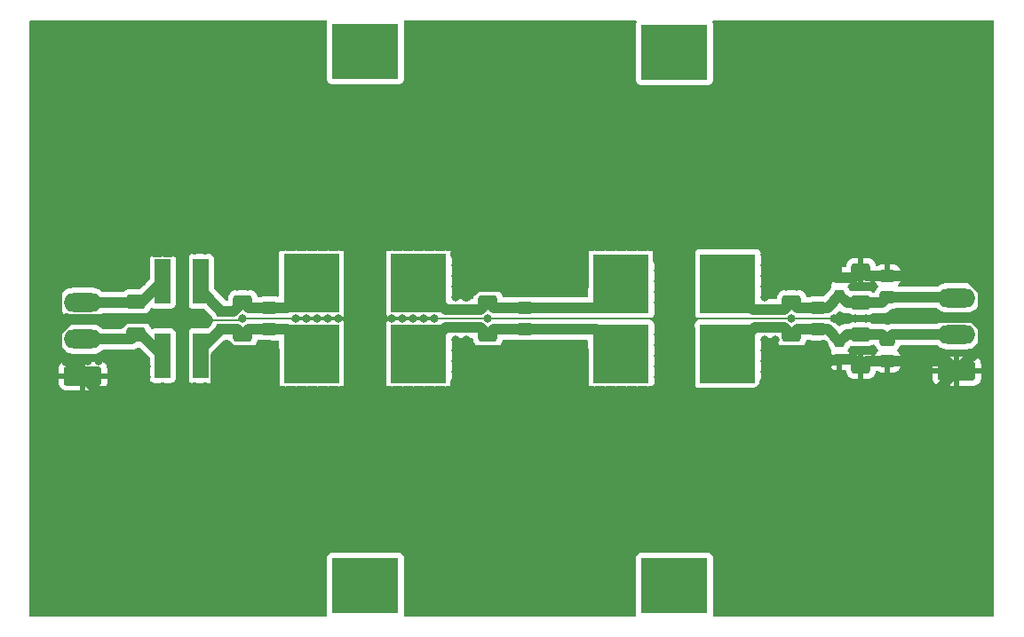
<source format=gtl>
%TF.GenerationSoftware,KiCad,Pcbnew,7.0.9*%
%TF.CreationDate,2024-02-01T15:21:56-05:00*%
%TF.ProjectId,power_filter,706f7765-725f-4666-996c-7465722e6b69,rev?*%
%TF.SameCoordinates,Original*%
%TF.FileFunction,Copper,L1,Top*%
%TF.FilePolarity,Positive*%
%FSLAX46Y46*%
G04 Gerber Fmt 4.6, Leading zero omitted, Abs format (unit mm)*
G04 Created by KiCad (PCBNEW 7.0.9) date 2024-02-01 15:21:56*
%MOMM*%
%LPD*%
G01*
G04 APERTURE LIST*
G04 Aperture macros list*
%AMRoundRect*
0 Rectangle with rounded corners*
0 $1 Rounding radius*
0 $2 $3 $4 $5 $6 $7 $8 $9 X,Y pos of 4 corners*
0 Add a 4 corners polygon primitive as box body*
4,1,4,$2,$3,$4,$5,$6,$7,$8,$9,$2,$3,0*
0 Add four circle primitives for the rounded corners*
1,1,$1+$1,$2,$3*
1,1,$1+$1,$4,$5*
1,1,$1+$1,$6,$7*
1,1,$1+$1,$8,$9*
0 Add four rect primitives between the rounded corners*
20,1,$1+$1,$2,$3,$4,$5,0*
20,1,$1+$1,$4,$5,$6,$7,0*
20,1,$1+$1,$6,$7,$8,$9,0*
20,1,$1+$1,$8,$9,$2,$3,0*%
G04 Aperture macros list end*
%TA.AperFunction,SMDPad,CuDef*%
%ADD10R,6.360000X5.280000*%
%TD*%
%TA.AperFunction,SMDPad,CuDef*%
%ADD11R,5.330000X5.590000*%
%TD*%
%TA.AperFunction,SMDPad,CuDef*%
%ADD12RoundRect,0.250000X-0.475000X0.337500X-0.475000X-0.337500X0.475000X-0.337500X0.475000X0.337500X0*%
%TD*%
%TA.AperFunction,SMDPad,CuDef*%
%ADD13R,1.500000X4.200000*%
%TD*%
%TA.AperFunction,SMDPad,CuDef*%
%ADD14RoundRect,0.237500X-0.237500X0.300000X-0.237500X-0.300000X0.237500X-0.300000X0.237500X0.300000X0*%
%TD*%
%TA.AperFunction,SMDPad,CuDef*%
%ADD15RoundRect,0.250000X-0.650000X0.412500X-0.650000X-0.412500X0.650000X-0.412500X0.650000X0.412500X0*%
%TD*%
%TA.AperFunction,ComponentPad*%
%ADD16RoundRect,0.250000X1.550000X-0.650000X1.550000X0.650000X-1.550000X0.650000X-1.550000X-0.650000X0*%
%TD*%
%TA.AperFunction,ComponentPad*%
%ADD17O,3.600000X1.800000*%
%TD*%
%TA.AperFunction,SMDPad,CuDef*%
%ADD18RoundRect,0.250000X0.650000X-0.412500X0.650000X0.412500X-0.650000X0.412500X-0.650000X-0.412500X0*%
%TD*%
%TA.AperFunction,SMDPad,CuDef*%
%ADD19RoundRect,0.237500X0.237500X-0.300000X0.237500X0.300000X-0.237500X0.300000X-0.237500X-0.300000X0*%
%TD*%
%TA.AperFunction,SMDPad,CuDef*%
%ADD20RoundRect,0.250000X0.475000X-0.337500X0.475000X0.337500X-0.475000X0.337500X-0.475000X-0.337500X0*%
%TD*%
%TA.AperFunction,ViaPad*%
%ADD21C,0.800000*%
%TD*%
%TA.AperFunction,Conductor*%
%ADD22C,1.000000*%
%TD*%
%TA.AperFunction,Conductor*%
%ADD23C,0.200000*%
%TD*%
G04 APERTURE END LIST*
D10*
%TO.P,L4,*%
%TO.N,*%
X131572000Y-127608000D03*
D11*
%TO.P,L4,1,1*%
%TO.N,Net-(C5-Pad2)*%
X136647000Y-105533000D03*
%TO.P,L4,2,2*%
%TO.N,Net-(C2-Pad2)*%
X126497000Y-105533000D03*
%TD*%
D10*
%TO.P,L6,*%
%TO.N,*%
X161036000Y-127608000D03*
D11*
%TO.P,L6,1,1*%
%TO.N,Vout-*%
X166111000Y-105533000D03*
%TO.P,L6,2,2*%
%TO.N,Net-(C5-Pad2)*%
X155961000Y-105533000D03*
%TD*%
D12*
%TO.P,C16,1*%
%TO.N,Vout-*%
X181356000Y-104118500D03*
%TO.P,C16,2*%
%TO.N,GND*%
X181356000Y-106193500D03*
%TD*%
D13*
%TO.P,L1,1,1*%
%TO.N,Vin+*%
X112268000Y-98552000D03*
%TO.P,L1,2,2*%
%TO.N,Net-(C2-Pad1)*%
X115868000Y-98552000D03*
%TD*%
D12*
%TO.P,C4,1*%
%TO.N,Net-(C2-Pad1)*%
X122428000Y-101070500D03*
%TO.P,C4,2*%
%TO.N,Net-(C2-Pad2)*%
X122428000Y-103145500D03*
%TD*%
D10*
%TO.P,L5,*%
%TO.N,*%
X161036000Y-76708000D03*
D11*
%TO.P,L5,1,1*%
%TO.N,Net-(C5-Pad1)*%
X155961000Y-98783000D03*
%TO.P,L5,2,2*%
%TO.N,Vout+*%
X166111000Y-98783000D03*
%TD*%
D14*
%TO.P,C14,1*%
%TO.N,Vout-*%
X176784000Y-104293500D03*
%TO.P,C14,2*%
%TO.N,GND*%
X176784000Y-106018500D03*
%TD*%
D12*
%TO.P,C7,1*%
%TO.N,Net-(C5-Pad1)*%
X146812000Y-101070500D03*
%TO.P,C7,2*%
%TO.N,Net-(C5-Pad2)*%
X146812000Y-103145500D03*
%TD*%
D14*
%TO.P,C8,1*%
%TO.N,Vout+*%
X170180000Y-101245500D03*
%TO.P,C8,2*%
%TO.N,Vout-*%
X170180000Y-102970500D03*
%TD*%
D15*
%TO.P,C3,1*%
%TO.N,Net-(C2-Pad1)*%
X119888000Y-100545500D03*
%TO.P,C3,2*%
%TO.N,Net-(C2-Pad2)*%
X119888000Y-103670500D03*
%TD*%
D16*
%TO.P,J2,1,Pin_1*%
%TO.N,GND*%
X187960000Y-107132000D03*
D17*
%TO.P,J2,2,Pin_2*%
%TO.N,Vout-*%
X187960000Y-103632000D03*
%TO.P,J2,3,Pin_3*%
%TO.N,Vout+*%
X187960000Y-100132000D03*
%TD*%
D15*
%TO.P,C6,1*%
%TO.N,Net-(C5-Pad1)*%
X143256000Y-100545500D03*
%TO.P,C6,2*%
%TO.N,Net-(C5-Pad2)*%
X143256000Y-103670500D03*
%TD*%
%TO.P,C1,1*%
%TO.N,Vin+*%
X109728000Y-100507000D03*
%TO.P,C1,2*%
%TO.N,Vin-*%
X109728000Y-103632000D03*
%TD*%
D18*
%TO.P,C12,1*%
%TO.N,Vout+*%
X178816000Y-100622500D03*
%TO.P,C12,2*%
%TO.N,GND*%
X178816000Y-97497500D03*
%TD*%
D15*
%TO.P,C15,1*%
%TO.N,Vout-*%
X178816000Y-103593500D03*
%TO.P,C15,2*%
%TO.N,GND*%
X178816000Y-106718500D03*
%TD*%
D13*
%TO.P,L2,1,1*%
%TO.N,Net-(C2-Pad2)*%
X115868000Y-105664000D03*
%TO.P,L2,2,2*%
%TO.N,Vin-*%
X112268000Y-105664000D03*
%TD*%
D16*
%TO.P,J1,1,Pin_1*%
%TO.N,GND*%
X104648000Y-107584000D03*
D17*
%TO.P,J1,2,Pin_2*%
%TO.N,Vin-*%
X104648000Y-104084000D03*
%TO.P,J1,3,Pin_3*%
%TO.N,Vin+*%
X104648000Y-100584000D03*
%TD*%
D12*
%TO.P,C10,1*%
%TO.N,Vout+*%
X174752000Y-101070500D03*
%TO.P,C10,2*%
%TO.N,Vout-*%
X174752000Y-103145500D03*
%TD*%
D15*
%TO.P,C9,1*%
%TO.N,Vout+*%
X172212000Y-100545500D03*
%TO.P,C9,2*%
%TO.N,Vout-*%
X172212000Y-103670500D03*
%TD*%
D14*
%TO.P,C5,1*%
%TO.N,Net-(C5-Pad1)*%
X140716000Y-101245500D03*
%TO.P,C5,2*%
%TO.N,Net-(C5-Pad2)*%
X140716000Y-102970500D03*
%TD*%
D19*
%TO.P,C11,1*%
%TO.N,Vout+*%
X176784000Y-99922500D03*
%TO.P,C11,2*%
%TO.N,GND*%
X176784000Y-98197500D03*
%TD*%
D14*
%TO.P,C2,1*%
%TO.N,Net-(C2-Pad1)*%
X117856000Y-101399000D03*
%TO.P,C2,2*%
%TO.N,Net-(C2-Pad2)*%
X117856000Y-103124000D03*
%TD*%
D20*
%TO.P,C13,1*%
%TO.N,Vout+*%
X181356000Y-100097500D03*
%TO.P,C13,2*%
%TO.N,GND*%
X181356000Y-98022500D03*
%TD*%
D10*
%TO.P,L3,*%
%TO.N,*%
X131572000Y-76608000D03*
D11*
%TO.P,L3,1,1*%
%TO.N,Net-(C2-Pad1)*%
X126497000Y-98683000D03*
%TO.P,L3,2,2*%
%TO.N,Net-(C5-Pad1)*%
X136647000Y-98683000D03*
%TD*%
D21*
%TO.N,GND*%
X139192000Y-109220000D03*
X179324000Y-102108000D03*
X149860000Y-104648000D03*
X136144000Y-94996000D03*
X133096000Y-106172000D03*
X117348000Y-107696000D03*
X155448000Y-94996000D03*
X152400000Y-96520000D03*
X133096000Y-96012000D03*
X114300000Y-98552000D03*
X108204000Y-99060000D03*
X133096000Y-104140000D03*
X138176000Y-109220000D03*
X107188000Y-102616000D03*
X112268000Y-108712000D03*
X122936000Y-98552000D03*
X130048000Y-95504000D03*
X169672000Y-99060000D03*
X153416000Y-109220000D03*
X152400000Y-94488000D03*
X155448000Y-109220000D03*
X113284000Y-102108000D03*
X112268000Y-95504000D03*
X122936000Y-106680000D03*
X133096000Y-101092000D03*
X114300000Y-97536000D03*
X169672000Y-108204000D03*
X162560000Y-102108000D03*
X125984000Y-94996000D03*
X122936000Y-97536000D03*
X124968000Y-94996000D03*
X166624000Y-94996000D03*
X103124000Y-106172000D03*
X114300000Y-99568000D03*
X130048000Y-100584000D03*
X154432000Y-94996000D03*
X162560000Y-100076000D03*
X130048000Y-97536000D03*
X136144000Y-109220000D03*
X106172000Y-102108000D03*
X176276000Y-102108000D03*
X140208000Y-100076000D03*
X106172000Y-106172000D03*
X141224000Y-104140000D03*
X135128000Y-94996000D03*
X137160000Y-102108000D03*
X106172000Y-98552000D03*
X112268000Y-102108000D03*
X131064000Y-103124000D03*
X165608000Y-94996000D03*
X146812000Y-104648000D03*
X110236000Y-98552000D03*
X169672000Y-96012000D03*
X169672000Y-106172000D03*
X153416000Y-94996000D03*
X124968000Y-109220000D03*
X162560000Y-94996000D03*
X140208000Y-94996000D03*
X175768000Y-98552000D03*
X116332000Y-102108000D03*
X116332000Y-95504000D03*
X145796000Y-104648000D03*
X134112000Y-94996000D03*
X175768000Y-106172000D03*
X133096000Y-98044000D03*
X133096000Y-102108000D03*
X125984000Y-102108000D03*
X158496000Y-94996000D03*
X115316000Y-108712000D03*
X156464000Y-109220000D03*
X169672000Y-98044000D03*
X159512000Y-107696000D03*
X133096000Y-97028000D03*
X108204000Y-102616000D03*
X140208000Y-109220000D03*
X169672000Y-97028000D03*
X142748000Y-99060000D03*
X135128000Y-102108000D03*
X148844000Y-99568000D03*
X137160000Y-94996000D03*
X163576000Y-109220000D03*
X169672000Y-109220000D03*
X171704000Y-99060000D03*
X159512000Y-100584000D03*
X133096000Y-103124000D03*
X117856000Y-96520000D03*
X168656000Y-94996000D03*
X161036000Y-102108000D03*
X163576000Y-94996000D03*
X150876000Y-99568000D03*
X143256000Y-102108000D03*
X128016000Y-109220000D03*
X120396000Y-99060000D03*
X162560000Y-97028000D03*
X102108000Y-104140000D03*
X151892000Y-99568000D03*
X162560000Y-96012000D03*
X141224000Y-94996000D03*
X110744000Y-107696000D03*
X119888000Y-102108000D03*
X135128000Y-109220000D03*
X127000000Y-109220000D03*
X162560000Y-103124000D03*
X140208000Y-96012000D03*
X166624000Y-109220000D03*
X142748000Y-105156000D03*
X133096000Y-100076000D03*
X178308000Y-102108000D03*
X138176000Y-102108000D03*
X130048000Y-107696000D03*
X119380000Y-105156000D03*
X181356000Y-102108000D03*
X162560000Y-109220000D03*
X116332000Y-108712000D03*
X134112000Y-109220000D03*
X162560000Y-99060000D03*
X152400000Y-105664000D03*
X122936000Y-105664000D03*
X125984000Y-109220000D03*
X184404000Y-102108000D03*
X164592000Y-109220000D03*
X162560000Y-107188000D03*
X156464000Y-94996000D03*
X159512000Y-106680000D03*
X141732000Y-99060000D03*
X122936000Y-96520000D03*
X173228000Y-105156000D03*
X127000000Y-102108000D03*
X152400000Y-106680000D03*
X113284000Y-95504000D03*
X110236000Y-97536000D03*
X118364000Y-104648000D03*
X162560000Y-105156000D03*
X159512000Y-104648000D03*
X140208000Y-108204000D03*
X150876000Y-104648000D03*
X172212000Y-105156000D03*
X162560000Y-106172000D03*
X117348000Y-95504000D03*
X129032000Y-109220000D03*
X119380000Y-99060000D03*
X138176000Y-94996000D03*
X159512000Y-99568000D03*
X157480000Y-94996000D03*
X167640000Y-109220000D03*
X122936000Y-108712000D03*
X152400000Y-107696000D03*
X169672000Y-94996000D03*
X139192000Y-94996000D03*
X114300000Y-108712000D03*
X102108000Y-101092000D03*
X108204000Y-105664000D03*
X151892000Y-104648000D03*
X183388000Y-102108000D03*
X141732000Y-105156000D03*
X105156000Y-98552000D03*
X133096000Y-107188000D03*
X109220000Y-105664000D03*
X162560000Y-104140000D03*
X169672000Y-100076000D03*
X172212000Y-102108000D03*
X152400000Y-97536000D03*
X182372000Y-102108000D03*
X159512000Y-108712000D03*
X111252000Y-102108000D03*
X152400000Y-95504000D03*
X157480000Y-109220000D03*
X145796000Y-99568000D03*
X159512000Y-103632000D03*
X123952000Y-109220000D03*
X159512000Y-96520000D03*
X137160000Y-109220000D03*
X103124000Y-102108000D03*
X175260000Y-104648000D03*
X131064000Y-101092000D03*
X122428000Y-104648000D03*
X111252000Y-95504000D03*
X102108000Y-99060000D03*
X117348000Y-108712000D03*
X143764000Y-105156000D03*
X158496000Y-109220000D03*
X122936000Y-95504000D03*
X130048000Y-98552000D03*
X143764000Y-99060000D03*
X102108000Y-105156000D03*
X159512000Y-105664000D03*
X172720000Y-99060000D03*
X115316000Y-95504000D03*
X164592000Y-94996000D03*
X168656000Y-109220000D03*
X122936000Y-107696000D03*
X114300000Y-100584000D03*
X162560000Y-98044000D03*
X130048000Y-103632000D03*
X117348000Y-106680000D03*
X110744000Y-106680000D03*
X120396000Y-105156000D03*
X102108000Y-102108000D03*
X159512000Y-97536000D03*
X123952000Y-94996000D03*
X115316000Y-102108000D03*
X140208000Y-107188000D03*
X129032000Y-102108000D03*
X141224000Y-100076000D03*
X140208000Y-97028000D03*
X134112000Y-102108000D03*
X159512000Y-95504000D03*
X128016000Y-102108000D03*
X102108000Y-103124000D03*
X121412000Y-99060000D03*
X105156000Y-106172000D03*
X171196000Y-105156000D03*
X152400000Y-98552000D03*
X110236000Y-96012000D03*
X147828000Y-104648000D03*
X136144000Y-102108000D03*
X114300000Y-102108000D03*
X133096000Y-99060000D03*
X159512000Y-102108000D03*
X117856000Y-97536000D03*
X169672000Y-105156000D03*
X128016000Y-94996000D03*
X130048000Y-108712000D03*
X102108000Y-100076000D03*
X169672000Y-104140000D03*
X105156000Y-102108000D03*
X180340000Y-102108000D03*
X170688000Y-99568000D03*
X103124000Y-98552000D03*
X149860000Y-99568000D03*
X146812000Y-99568000D03*
X140208000Y-104140000D03*
X130048000Y-102108000D03*
X152400000Y-108712000D03*
X162560000Y-101092000D03*
X122428000Y-99568000D03*
X107188000Y-99060000D03*
X140208000Y-99060000D03*
X177292000Y-102108000D03*
X159512000Y-98552000D03*
X130048000Y-105664000D03*
X140208000Y-98044000D03*
X104140000Y-98552000D03*
X173736000Y-99060000D03*
X133096000Y-105156000D03*
X169672000Y-107188000D03*
X144780000Y-105156000D03*
X114300000Y-96520000D03*
X130048000Y-104648000D03*
X109220000Y-102108000D03*
X140208000Y-105156000D03*
X113284000Y-108712000D03*
X127000000Y-94996000D03*
X117856000Y-98552000D03*
X162560000Y-108204000D03*
X118364000Y-99568000D03*
X129032000Y-94996000D03*
X154432000Y-109220000D03*
X167640000Y-94996000D03*
X130048000Y-99568000D03*
X111252000Y-108712000D03*
X141224000Y-109220000D03*
X144780000Y-99060000D03*
X124968000Y-102108000D03*
X110236000Y-105664000D03*
X107188000Y-105664000D03*
X147828000Y-99568000D03*
X130048000Y-96520000D03*
X165608000Y-109220000D03*
X109220000Y-98552000D03*
X117348000Y-105664000D03*
X133096000Y-94996000D03*
X131064000Y-102108000D03*
X133096000Y-108204000D03*
X132080000Y-102108000D03*
X174752000Y-99568000D03*
X170688000Y-104140000D03*
X152400000Y-109728000D03*
X110236000Y-102108000D03*
X104140000Y-102108000D03*
X148844000Y-104648000D03*
X140208000Y-106172000D03*
X114300000Y-95504000D03*
X130048000Y-106680000D03*
X121412000Y-105156000D03*
X133096000Y-109220000D03*
X104140000Y-106172000D03*
X174244000Y-105156000D03*
%TD*%
D22*
%TO.N,Vin+*%
X109728000Y-100507000D02*
X110313000Y-100507000D01*
X110313000Y-100507000D02*
X112268000Y-98552000D01*
X104648000Y-100584000D02*
X109651000Y-100584000D01*
X109651000Y-100584000D02*
X109728000Y-100507000D01*
%TO.N,Vin-*%
X109728000Y-103632000D02*
X110236000Y-103632000D01*
X109276000Y-104084000D02*
X109728000Y-103632000D01*
X104648000Y-104084000D02*
X109276000Y-104084000D01*
X110236000Y-103632000D02*
X112268000Y-105664000D01*
%TO.N,Net-(C2-Pad1)*%
X115868000Y-99411000D02*
X117856000Y-101399000D01*
X124109500Y-101070500D02*
X126497000Y-98683000D01*
X122428000Y-101070500D02*
X124109500Y-101070500D01*
X117856000Y-101399000D02*
X119034500Y-101399000D01*
X122428000Y-101070500D02*
X120413000Y-101070500D01*
X115868000Y-98552000D02*
X115868000Y-99411000D01*
X119034500Y-101399000D02*
X119888000Y-100545500D01*
X120413000Y-101070500D02*
X119888000Y-100545500D01*
%TO.N,Net-(C2-Pad2)*%
X117856000Y-103124000D02*
X119341500Y-103124000D01*
X120413000Y-103145500D02*
X119888000Y-103670500D01*
X119341500Y-103124000D02*
X119888000Y-103670500D01*
X124109500Y-103145500D02*
X126497000Y-105533000D01*
X115868000Y-105112000D02*
X117856000Y-103124000D01*
X115868000Y-105664000D02*
X115868000Y-105112000D01*
X122428000Y-103145500D02*
X120413000Y-103145500D01*
X122428000Y-103145500D02*
X124109500Y-103145500D01*
%TO.N,Net-(C5-Pad1)*%
X140716000Y-101245500D02*
X142556000Y-101245500D01*
X153673500Y-101070500D02*
X155961000Y-98783000D01*
X139209500Y-101245500D02*
X136647000Y-98683000D01*
X146812000Y-101070500D02*
X143781000Y-101070500D01*
X140716000Y-101245500D02*
X139209500Y-101245500D01*
X143781000Y-101070500D02*
X143256000Y-100545500D01*
X142556000Y-101245500D02*
X143256000Y-100545500D01*
X146812000Y-101070500D02*
X153673500Y-101070500D01*
%TO.N,Net-(C5-Pad2)*%
X142556000Y-102970500D02*
X143256000Y-103670500D01*
X143781000Y-103145500D02*
X143256000Y-103670500D01*
X146812000Y-103145500D02*
X153573500Y-103145500D01*
X146812000Y-103145500D02*
X143781000Y-103145500D01*
X140716000Y-102970500D02*
X139209500Y-102970500D01*
X153573500Y-103145500D02*
X155961000Y-105533000D01*
X139209500Y-102970500D02*
X136647000Y-105533000D01*
X140716000Y-102970500D02*
X142556000Y-102970500D01*
%TO.N,Vout+*%
X181356000Y-100097500D02*
X187925500Y-100097500D01*
X187925500Y-100097500D02*
X187960000Y-100132000D01*
X174752000Y-101070500D02*
X175636000Y-101070500D01*
X180831000Y-100622500D02*
X181356000Y-100097500D01*
X178816000Y-100622500D02*
X177484000Y-100622500D01*
X175636000Y-101070500D02*
X176784000Y-99922500D01*
X177484000Y-100622500D02*
X176784000Y-99922500D01*
X168573500Y-101245500D02*
X166111000Y-98783000D01*
X171512000Y-101245500D02*
X172212000Y-100545500D01*
X172737000Y-101070500D02*
X172212000Y-100545500D01*
X174752000Y-101070500D02*
X172737000Y-101070500D01*
X170180000Y-101245500D02*
X168573500Y-101245500D01*
X178816000Y-100622500D02*
X180831000Y-100622500D01*
X170180000Y-101245500D02*
X171512000Y-101245500D01*
%TO.N,Vout-*%
X171512000Y-102970500D02*
X172212000Y-103670500D01*
X174752000Y-103145500D02*
X172737000Y-103145500D01*
X181842500Y-103632000D02*
X181356000Y-104118500D01*
X172737000Y-103145500D02*
X172212000Y-103670500D01*
X170180000Y-102970500D02*
X168673500Y-102970500D01*
X177484000Y-103593500D02*
X176784000Y-104293500D01*
X174752000Y-103145500D02*
X175636000Y-103145500D01*
X178816000Y-103593500D02*
X180831000Y-103593500D01*
X170180000Y-102970500D02*
X171512000Y-102970500D01*
X187960000Y-103632000D02*
X181842500Y-103632000D01*
X178816000Y-103593500D02*
X177484000Y-103593500D01*
X180831000Y-103593500D02*
X181356000Y-104118500D01*
X168673500Y-102970500D02*
X166111000Y-105533000D01*
X175636000Y-103145500D02*
X176784000Y-104293500D01*
%TO.N,GND*%
X159512000Y-95474000D02*
X159512000Y-95504000D01*
X112268000Y-95504000D02*
X112020000Y-95752000D01*
X152400000Y-94488000D02*
X153100000Y-95188000D01*
X128016000Y-94996000D02*
X128208000Y-95188000D01*
X112516000Y-95752000D02*
X112268000Y-95504000D01*
X127824000Y-95188000D02*
X128016000Y-94996000D01*
X114300000Y-108712000D02*
X114300000Y-102108000D01*
X102108000Y-101092000D02*
X102148000Y-101132000D01*
X157480000Y-94996000D02*
X157672000Y-95188000D01*
X181356000Y-98022500D02*
X189013242Y-98022500D01*
X152716000Y-109028000D02*
X153224000Y-109028000D01*
X122936000Y-95504000D02*
X123252000Y-95188000D01*
X190460000Y-102969258D02*
X189522742Y-102032000D01*
X113532000Y-95752000D02*
X113284000Y-95504000D01*
X103236000Y-106172000D02*
X103236000Y-106172000D01*
X117664000Y-95188000D02*
X122620000Y-95188000D01*
X152400000Y-108712000D02*
X152400000Y-105156000D01*
X114300000Y-102108000D02*
X114300000Y-100584000D01*
X155256000Y-109028000D02*
X155448000Y-109220000D01*
X158688000Y-95188000D02*
X159226000Y-95188000D01*
X156272000Y-95188000D02*
X156464000Y-94996000D01*
X144780000Y-105156000D02*
X141732000Y-105156000D01*
X153224000Y-109028000D02*
X153416000Y-109220000D01*
X116016000Y-109028000D02*
X116332000Y-108712000D01*
D23*
X105156000Y-102108000D02*
X103124000Y-102108000D01*
D22*
X140016000Y-95188000D02*
X140208000Y-94996000D01*
X132080000Y-102108000D02*
X132080000Y-109028000D01*
X135952000Y-95188000D02*
X136144000Y-94996000D01*
X111500000Y-95752000D02*
X111252000Y-95504000D01*
X112968000Y-109028000D02*
X113284000Y-108712000D01*
X181356000Y-106193500D02*
X187021500Y-106193500D01*
X121412000Y-105156000D02*
X118872000Y-105156000D01*
X165608000Y-109220000D02*
X166624000Y-109220000D01*
D23*
X171196000Y-99060000D02*
X170688000Y-99568000D01*
D22*
X156656000Y-95188000D02*
X157288000Y-95188000D01*
X115632000Y-95188000D02*
X116016000Y-95188000D01*
X126808000Y-95188000D02*
X127000000Y-94996000D01*
X128016000Y-109220000D02*
X128208000Y-109028000D01*
X106092000Y-109028000D02*
X106680000Y-109028000D01*
X161544000Y-109220000D02*
X162560000Y-109220000D01*
X114300000Y-100584000D02*
X114300000Y-99568000D01*
X153416000Y-109220000D02*
X153608000Y-109028000D01*
X139192000Y-109220000D02*
X139384000Y-109028000D01*
X140016000Y-109028000D02*
X140208000Y-109220000D01*
D23*
X121920000Y-99568000D02*
X121412000Y-99060000D01*
D22*
X102108000Y-105044000D02*
X102148000Y-105084000D01*
X169164000Y-109028000D02*
X169480000Y-109028000D01*
X102148000Y-103421258D02*
X102108000Y-103461258D01*
D23*
X119888000Y-102108000D02*
X119759500Y-102236500D01*
D22*
X122936000Y-105156000D02*
X122428000Y-104648000D01*
X125792000Y-95188000D02*
X125984000Y-94996000D01*
X169988000Y-108204000D02*
X169672000Y-108204000D01*
X102108000Y-102108000D02*
X102148000Y-102148000D01*
X131064000Y-96520000D02*
X132396000Y-95188000D01*
D23*
X170688000Y-104648000D02*
X171196000Y-105156000D01*
D22*
X123760000Y-109028000D02*
X123952000Y-109220000D01*
X140208000Y-96012000D02*
X141032000Y-95188000D01*
D23*
X170180000Y-100076000D02*
X170688000Y-99568000D01*
X140208000Y-100076000D02*
X140208000Y-94996000D01*
D22*
X135952000Y-109028000D02*
X136144000Y-109220000D01*
X113966000Y-95504000D02*
X114300000Y-95504000D01*
X128840000Y-109028000D02*
X129032000Y-109220000D01*
X169864000Y-109028000D02*
X186064000Y-109028000D01*
X186064000Y-109028000D02*
X187960000Y-107132000D01*
X169480000Y-109028000D02*
X169672000Y-109220000D01*
D23*
X117856000Y-99060000D02*
X118364000Y-99568000D01*
X107188000Y-99060000D02*
X102616000Y-99060000D01*
D22*
X125984000Y-109220000D02*
X126176000Y-109028000D01*
X104140000Y-97536000D02*
X104140000Y-98552000D01*
X141032000Y-109028000D02*
X141224000Y-109220000D01*
D23*
X169672000Y-100076000D02*
X170180000Y-100076000D01*
X141732000Y-99568000D02*
X141224000Y-100076000D01*
D22*
X134304000Y-109028000D02*
X134936000Y-109028000D01*
X140400000Y-109028000D02*
X141032000Y-109028000D01*
X145288000Y-104648000D02*
X144780000Y-105156000D01*
X109220000Y-102108000D02*
X116332000Y-102108000D01*
X161036000Y-102108000D02*
X159512000Y-102108000D01*
D23*
X141732000Y-99060000D02*
X141732000Y-99568000D01*
D22*
X131064000Y-109028000D02*
X132080000Y-109028000D01*
X151700000Y-95188000D02*
X151384000Y-95504000D01*
X124968000Y-94996000D02*
X125160000Y-95188000D01*
X110236000Y-96012000D02*
X109976000Y-95752000D01*
X110936000Y-109028000D02*
X111252000Y-108712000D01*
X106248000Y-102184000D02*
X106756000Y-102184000D01*
X133096000Y-96012000D02*
X133096000Y-94996000D01*
X114300000Y-109028000D02*
X115000000Y-109028000D01*
X152400000Y-105156000D02*
X151892000Y-104648000D01*
X158496000Y-109220000D02*
X158688000Y-109028000D01*
X102148000Y-105084000D02*
X102148000Y-104180000D01*
D23*
X106680000Y-105664000D02*
X106172000Y-106172000D01*
D22*
X129732000Y-109028000D02*
X130048000Y-108712000D01*
X136144000Y-94996000D02*
X136336000Y-95188000D01*
X151892000Y-104648000D02*
X145288000Y-104648000D01*
X102530629Y-103038629D02*
X103124000Y-102445258D01*
X156656000Y-109028000D02*
X157288000Y-109028000D01*
X164592000Y-109220000D02*
X165608000Y-109220000D01*
X139000000Y-95188000D02*
X139192000Y-94996000D01*
X129224000Y-109028000D02*
X129732000Y-109028000D01*
X134936000Y-95188000D02*
X135128000Y-94996000D01*
X103124000Y-106060000D02*
X102220000Y-105156000D01*
D23*
X109220000Y-98552000D02*
X108712000Y-98552000D01*
X172212000Y-102108000D02*
X162560000Y-102108000D01*
D22*
X127000000Y-109220000D02*
X127192000Y-109028000D01*
X125160000Y-95188000D02*
X125792000Y-95188000D01*
X154240000Y-109028000D02*
X154432000Y-109220000D01*
X107188000Y-102616000D02*
X108204000Y-102616000D01*
X173874500Y-95288000D02*
X169672000Y-94996000D01*
X111952000Y-109028000D02*
X112268000Y-108712000D01*
X172212000Y-105156000D02*
X171196000Y-105156000D01*
X137352000Y-95188000D02*
X137984000Y-95188000D01*
X152400000Y-94488000D02*
X152400000Y-94488000D01*
X159196000Y-109028000D02*
X159512000Y-108712000D01*
X102148000Y-102656000D02*
X102530629Y-103038629D01*
X108712000Y-102108000D02*
X109220000Y-102108000D01*
X125160000Y-109028000D02*
X125792000Y-109028000D01*
X112268000Y-108712000D02*
X112584000Y-109028000D01*
X130048000Y-95504000D02*
X130048000Y-96520000D01*
X123444000Y-94996000D02*
X122936000Y-95504000D01*
D23*
X106172000Y-102108000D02*
X105156000Y-102108000D01*
D22*
X179341000Y-98022500D02*
X178816000Y-97497500D01*
X167640000Y-94996000D02*
X166624000Y-94996000D01*
X169672000Y-94996000D02*
X168656000Y-94996000D01*
X111568000Y-109028000D02*
X111952000Y-109028000D01*
D23*
X110744000Y-106680000D02*
X110744000Y-106172000D01*
D22*
X110496000Y-95752000D02*
X110236000Y-96012000D01*
D23*
X138176000Y-102108000D02*
X143256000Y-102108000D01*
D22*
X130048000Y-95504000D02*
X130048000Y-95504000D01*
X136336000Y-95188000D02*
X136968000Y-95188000D01*
X137984000Y-109028000D02*
X138176000Y-109220000D01*
D23*
X170688000Y-104140000D02*
X169672000Y-104140000D01*
D22*
X131064000Y-102108000D02*
X131064000Y-103124000D01*
X133920000Y-109028000D02*
X134112000Y-109220000D01*
X161036000Y-96998000D02*
X161036000Y-97028000D01*
X133096000Y-94996000D02*
X133096000Y-102108000D01*
X122936000Y-108712000D02*
X123252000Y-109028000D01*
X125792000Y-109028000D02*
X125984000Y-109220000D01*
X102108000Y-105156000D02*
X102108000Y-105044000D01*
X162560000Y-109220000D02*
X162560000Y-103124000D01*
X115316000Y-95504000D02*
X115632000Y-95188000D01*
X164592000Y-94996000D02*
X163576000Y-94996000D01*
X157480000Y-109220000D02*
X157672000Y-109028000D01*
X134112000Y-94996000D02*
X134304000Y-95188000D01*
X102616000Y-99060000D02*
X102108000Y-99060000D01*
X114300000Y-98552000D02*
X114300000Y-97536000D01*
D23*
X118872000Y-99060000D02*
X118364000Y-99568000D01*
D22*
X158304000Y-95188000D02*
X158496000Y-94996000D01*
X181356000Y-106193500D02*
X179341000Y-106193500D01*
X137160000Y-94996000D02*
X137352000Y-95188000D01*
X131064000Y-96520000D02*
X131064000Y-96520000D01*
D23*
X109220000Y-98552000D02*
X110236000Y-98552000D01*
D22*
X115316000Y-108712000D02*
X115632000Y-109028000D01*
X154624000Y-95188000D02*
X155256000Y-95188000D01*
X157672000Y-95188000D02*
X158304000Y-95188000D01*
X162560000Y-96012000D02*
X162052000Y-96012000D01*
X110236000Y-96012000D02*
X110236000Y-98552000D01*
X129032000Y-109220000D02*
X129224000Y-109028000D01*
X176784000Y-106018500D02*
X178116000Y-106018500D01*
X113718000Y-95752000D02*
X113532000Y-95752000D01*
X154624000Y-109028000D02*
X155256000Y-109028000D01*
X169672000Y-108520000D02*
X169164000Y-109028000D01*
X130048000Y-102108000D02*
X130048000Y-95504000D01*
X104140000Y-107076000D02*
X104140000Y-106172000D01*
X122936000Y-108712000D02*
X122936000Y-105156000D01*
X127824000Y-109028000D02*
X128016000Y-109220000D01*
X141224000Y-109220000D02*
X141416000Y-109028000D01*
X156272000Y-109028000D02*
X156464000Y-109220000D01*
X163576000Y-94996000D02*
X162560000Y-94996000D01*
X124144000Y-109028000D02*
X124776000Y-109028000D01*
X102148000Y-100116000D02*
X102148000Y-101052000D01*
X151892000Y-99568000D02*
X145288000Y-99568000D01*
X152400000Y-109728000D02*
X152400000Y-108712000D01*
X131064000Y-103124000D02*
X131064000Y-109028000D01*
X135128000Y-109220000D02*
X135320000Y-109028000D01*
X131064000Y-96520000D02*
X131064000Y-101092000D01*
X157672000Y-109028000D02*
X158304000Y-109028000D01*
X104648000Y-107584000D02*
X104140000Y-107076000D01*
X127192000Y-95188000D02*
X127824000Y-95188000D01*
X114300000Y-96520000D02*
X114300000Y-96334000D01*
X154432000Y-109220000D02*
X154624000Y-109028000D01*
X117032000Y-95188000D02*
X117348000Y-95504000D01*
X140208000Y-108204000D02*
X140400000Y-109028000D01*
X168656000Y-94996000D02*
X167640000Y-94996000D01*
X108204000Y-102616000D02*
X108712000Y-102108000D01*
X102148000Y-104180000D02*
X102108000Y-104140000D01*
X159512000Y-95504000D02*
X159542000Y-95504000D01*
X124968000Y-109220000D02*
X125160000Y-109028000D01*
X163576000Y-109220000D02*
X162560000Y-109220000D01*
X137984000Y-95188000D02*
X138176000Y-94996000D01*
X118872000Y-105156000D02*
X118364000Y-104648000D01*
X133288000Y-95188000D02*
X133920000Y-95188000D01*
D23*
X174244000Y-99568000D02*
X173736000Y-99060000D01*
X171704000Y-99060000D02*
X171196000Y-99060000D01*
D22*
X103124000Y-102445258D02*
X103124000Y-102108000D01*
X151384000Y-95504000D02*
X152400000Y-95504000D01*
X131064000Y-101092000D02*
X131064000Y-102108000D01*
D23*
X140208000Y-104140000D02*
X140208000Y-109220000D01*
D22*
X117348000Y-95504000D02*
X117664000Y-95188000D01*
D23*
X106172000Y-106172000D02*
X104140000Y-106172000D01*
D22*
X113284000Y-108712000D02*
X113600000Y-109028000D01*
D23*
X110236000Y-105664000D02*
X106680000Y-105664000D01*
D22*
X140400000Y-95188000D02*
X140208000Y-96012000D01*
X134112000Y-109220000D02*
X134304000Y-109028000D01*
X123952000Y-109220000D02*
X124144000Y-109028000D01*
X161036000Y-102108000D02*
X162560000Y-102108000D01*
X159828000Y-109028000D02*
X161036000Y-109028000D01*
X187960000Y-107132000D02*
X190460000Y-104632000D01*
X166624000Y-94996000D02*
X165608000Y-94996000D01*
X109976000Y-95752000D02*
X105924000Y-95752000D01*
X121920000Y-104648000D02*
X121412000Y-105156000D01*
X152400000Y-94488000D02*
X152400000Y-99060000D01*
X139192000Y-94996000D02*
X139384000Y-95188000D01*
X139384000Y-109028000D02*
X140016000Y-109028000D01*
X126176000Y-109028000D02*
X126808000Y-109028000D01*
X127192000Y-109028000D02*
X127824000Y-109028000D01*
X178116000Y-98197500D02*
X178816000Y-97497500D01*
X114300000Y-96334000D02*
X113718000Y-95752000D01*
X113718000Y-95752000D02*
X113966000Y-95504000D01*
X117348000Y-105664000D02*
X117348000Y-108712000D01*
X123252000Y-95188000D02*
X123760000Y-95188000D01*
X102148000Y-102068000D02*
X102108000Y-102108000D01*
X102220000Y-105156000D02*
X102108000Y-105156000D01*
X126176000Y-95188000D02*
X126808000Y-95188000D01*
X135320000Y-109028000D02*
X135952000Y-109028000D01*
X133288000Y-109028000D02*
X133920000Y-109028000D01*
X118364000Y-104648000D02*
X117348000Y-105664000D01*
D23*
X169672000Y-104140000D02*
X169672000Y-109220000D01*
D22*
X153224000Y-95188000D02*
X153416000Y-94996000D01*
X153100000Y-95188000D02*
X153224000Y-95188000D01*
X129224000Y-95188000D02*
X129732000Y-95188000D01*
X136144000Y-109220000D02*
X136336000Y-109028000D01*
X166624000Y-109220000D02*
X167640000Y-109220000D01*
X154432000Y-94996000D02*
X154624000Y-95188000D01*
X169672000Y-109220000D02*
X169864000Y-109028000D01*
X139384000Y-95188000D02*
X140016000Y-95188000D01*
X138176000Y-94996000D02*
X138368000Y-95188000D01*
D23*
X159512000Y-102108000D02*
X159512000Y-95504000D01*
D22*
X123252000Y-109028000D02*
X123760000Y-109028000D01*
D23*
X141224000Y-104648000D02*
X141732000Y-105156000D01*
D22*
X167640000Y-109220000D02*
X168656000Y-109220000D01*
X122620000Y-95188000D02*
X122936000Y-95504000D01*
X104140000Y-98552000D02*
X103124000Y-98552000D01*
X102445258Y-103124000D02*
X102530629Y-103038629D01*
X155640000Y-109028000D02*
X156272000Y-109028000D01*
X112020000Y-95752000D02*
X111500000Y-95752000D01*
X112584000Y-109028000D02*
X112968000Y-109028000D01*
X181356000Y-98022500D02*
X179341000Y-98022500D01*
X105232000Y-102184000D02*
X106096000Y-102184000D01*
X159512000Y-108712000D02*
X159828000Y-109028000D01*
X152400000Y-108712000D02*
X152716000Y-109028000D01*
X114282000Y-95188000D02*
X115000000Y-95188000D01*
X102108000Y-103461258D02*
X102108000Y-103124000D01*
D23*
X141224000Y-104140000D02*
X141224000Y-104648000D01*
X141224000Y-104140000D02*
X140208000Y-104140000D01*
D22*
X141416000Y-95188000D02*
X151700000Y-95188000D01*
X130048000Y-102108000D02*
X130048000Y-108712000D01*
X133096000Y-94996000D02*
X133288000Y-95188000D01*
X138176000Y-109220000D02*
X138368000Y-109028000D01*
D23*
X169672000Y-100076000D02*
X169672000Y-94996000D01*
D22*
X103385258Y-102184000D02*
X104064000Y-102184000D01*
X102148000Y-104100000D02*
X102148000Y-103421258D01*
D23*
X110744000Y-106172000D02*
X110236000Y-105664000D01*
D22*
X187021500Y-106193500D02*
X187960000Y-107132000D01*
X117032000Y-109028000D02*
X117348000Y-108712000D01*
X162776000Y-95288000D02*
X162560000Y-95504000D01*
D23*
X122936000Y-99060000D02*
X122428000Y-99568000D01*
X173736000Y-99060000D02*
X171704000Y-99060000D01*
X117856000Y-96520000D02*
X117856000Y-96012000D01*
D22*
X129032000Y-94996000D02*
X123444000Y-94996000D01*
X127000000Y-94996000D02*
X127192000Y-95188000D01*
D23*
X119888000Y-102108000D02*
X124968000Y-102108000D01*
D22*
X126808000Y-109028000D02*
X127000000Y-109220000D01*
X159512000Y-96520000D02*
X160558000Y-96520000D01*
X102108000Y-104140000D02*
X102148000Y-104100000D01*
D23*
X110744000Y-106680000D02*
X110744000Y-108204000D01*
D22*
X132396000Y-95188000D02*
X132904000Y-95188000D01*
X105924000Y-95752000D02*
X104140000Y-97536000D01*
X114300000Y-109028000D02*
X114300000Y-108712000D01*
D23*
X172212000Y-102108000D02*
X184404000Y-102108000D01*
D22*
X161036000Y-109028000D02*
X161736000Y-109028000D01*
D23*
X119380000Y-99060000D02*
X118872000Y-99060000D01*
D22*
X135128000Y-94996000D02*
X135320000Y-95188000D01*
X153416000Y-94996000D02*
X153608000Y-95188000D01*
X152400000Y-95504000D02*
X152400000Y-94488000D01*
D23*
X121412000Y-99060000D02*
X119380000Y-99060000D01*
D22*
X115000000Y-109028000D02*
X115316000Y-108712000D01*
X159226000Y-95188000D02*
X159512000Y-95474000D01*
X124144000Y-95188000D02*
X124776000Y-95188000D01*
X172212000Y-105156000D02*
X172173500Y-106018500D01*
X111004000Y-95752000D02*
X110496000Y-95752000D01*
X133096000Y-108204000D02*
X133096000Y-102108000D01*
X130048000Y-108712000D02*
X130364000Y-109028000D01*
X155256000Y-95188000D02*
X155448000Y-94996000D01*
X162560000Y-108204000D02*
X162560000Y-108204000D01*
D23*
X106172000Y-98552000D02*
X104140000Y-98552000D01*
D22*
X135320000Y-95188000D02*
X135952000Y-95188000D01*
X156464000Y-109220000D02*
X156656000Y-109028000D01*
X116016000Y-95188000D02*
X116332000Y-95504000D01*
X140208000Y-109220000D02*
X140208000Y-108204000D01*
X155640000Y-95188000D02*
X156272000Y-95188000D01*
X137160000Y-109220000D02*
X137352000Y-109028000D01*
D23*
X122428000Y-99568000D02*
X121920000Y-99568000D01*
D22*
X189522742Y-102032000D02*
X184480000Y-102032000D01*
D23*
X107188000Y-99060000D02*
X106680000Y-99060000D01*
D22*
X136336000Y-109028000D02*
X136968000Y-109028000D01*
X102108000Y-103124000D02*
X102445258Y-103124000D01*
X142172000Y-99060000D02*
X141224000Y-100008000D01*
X132080000Y-109028000D02*
X132904000Y-109028000D01*
X116648000Y-95188000D02*
X117032000Y-95188000D01*
X116332000Y-95504000D02*
X116648000Y-95188000D01*
D23*
X122936000Y-98552000D02*
X122936000Y-99060000D01*
X103124000Y-102108000D02*
X102108000Y-102108000D01*
D22*
X136968000Y-109028000D02*
X137160000Y-109220000D01*
X117664000Y-109028000D02*
X122620000Y-109028000D01*
D23*
X175768000Y-98552000D02*
X176429500Y-98552000D01*
D22*
X162560000Y-95504000D02*
X162560000Y-96012000D01*
X129732000Y-95188000D02*
X130048000Y-95504000D01*
X165608000Y-94996000D02*
X164592000Y-94996000D01*
X176784000Y-98197500D02*
X173874500Y-95288000D01*
X103124000Y-98552000D02*
X102616000Y-99060000D01*
X114300000Y-95504000D02*
X114300000Y-95170000D01*
X138368000Y-109028000D02*
X139000000Y-109028000D01*
X169672000Y-108204000D02*
X169672000Y-108520000D01*
D23*
X122936000Y-98552000D02*
X122936000Y-95504000D01*
X117856000Y-96012000D02*
X117348000Y-95504000D01*
D22*
X155448000Y-109220000D02*
X155640000Y-109028000D01*
X162560000Y-94996000D02*
X162776000Y-95288000D01*
D23*
X124968000Y-102108000D02*
X125984000Y-102108000D01*
D22*
X134304000Y-95188000D02*
X134936000Y-95188000D01*
X174244000Y-105156000D02*
X173228000Y-105156000D01*
D23*
X106680000Y-99060000D02*
X106172000Y-98552000D01*
D22*
X106756000Y-102184000D02*
X107188000Y-102616000D01*
X124776000Y-95188000D02*
X124968000Y-94996000D01*
X155448000Y-94996000D02*
X155640000Y-95188000D01*
X176784000Y-98197500D02*
X178116000Y-98197500D01*
X106680000Y-109028000D02*
X110936000Y-109028000D01*
X163576000Y-109220000D02*
X164592000Y-109220000D01*
X190460000Y-104632000D02*
X190460000Y-102969258D01*
X141224000Y-94996000D02*
X141416000Y-95188000D01*
D23*
X102616000Y-99060000D02*
X102148000Y-99528000D01*
D22*
X144780000Y-99060000D02*
X142172000Y-99060000D01*
X130048000Y-102108000D02*
X133096000Y-102108000D01*
D23*
X110744000Y-108204000D02*
X111252000Y-108712000D01*
D22*
X137352000Y-109028000D02*
X137984000Y-109028000D01*
X128208000Y-95188000D02*
X128840000Y-95188000D01*
X102148000Y-100036000D02*
X102108000Y-100076000D01*
X133920000Y-95188000D02*
X134112000Y-94996000D01*
D23*
X116460500Y-102236500D02*
X116332000Y-102108000D01*
D22*
X139000000Y-109028000D02*
X139192000Y-109220000D01*
D23*
X119759500Y-102236500D02*
X116460500Y-102236500D01*
D22*
X173228000Y-105156000D02*
X172212000Y-105156000D01*
D23*
X125984000Y-102108000D02*
X138176000Y-102108000D01*
D22*
X179341000Y-106193500D02*
X178816000Y-106718500D01*
X124776000Y-109028000D02*
X124968000Y-109220000D01*
X158688000Y-109028000D02*
X159196000Y-109028000D01*
X102108000Y-99568000D02*
X102148000Y-99528000D01*
X102108000Y-100076000D02*
X102148000Y-100116000D01*
X114300000Y-97536000D02*
X114300000Y-96520000D01*
D23*
X175768000Y-98552000D02*
X174752000Y-99568000D01*
D22*
X160558000Y-96520000D02*
X161036000Y-96998000D01*
X162560000Y-109220000D02*
X162560000Y-108204000D01*
X152084000Y-109028000D02*
X152400000Y-109728000D01*
X156464000Y-94996000D02*
X156656000Y-95188000D01*
X132904000Y-109028000D02*
X133096000Y-108204000D01*
X123952000Y-94996000D02*
X124144000Y-95188000D01*
X162560000Y-94996000D02*
X162560000Y-102108000D01*
X102148000Y-101132000D02*
X102148000Y-102068000D01*
X102108000Y-99060000D02*
X102108000Y-99568000D01*
X168656000Y-109220000D02*
X169164000Y-109028000D01*
X133096000Y-109220000D02*
X133288000Y-109028000D01*
D23*
X117856000Y-96520000D02*
X117856000Y-99060000D01*
X108712000Y-98552000D02*
X108204000Y-99060000D01*
X108204000Y-99060000D02*
X107188000Y-99060000D01*
D22*
X175768000Y-106172000D02*
X175260000Y-104648000D01*
X176784000Y-106018500D02*
X175768000Y-106172000D01*
X136968000Y-95188000D02*
X137160000Y-94996000D01*
X141416000Y-109028000D02*
X152084000Y-109028000D01*
X128208000Y-109028000D02*
X128840000Y-109028000D01*
X190460000Y-99469258D02*
X190460000Y-102969258D01*
X189013242Y-98022500D02*
X190460000Y-99469258D01*
X153608000Y-95188000D02*
X154240000Y-95188000D01*
X132904000Y-95188000D02*
X133096000Y-96012000D01*
X111252000Y-95504000D02*
X111004000Y-95752000D01*
X130364000Y-109028000D02*
X131064000Y-109028000D01*
D23*
X170688000Y-104140000D02*
X170688000Y-104648000D01*
D22*
X129032000Y-94996000D02*
X129224000Y-95188000D01*
X102148000Y-102148000D02*
X102148000Y-102656000D01*
X125984000Y-94996000D02*
X126176000Y-95188000D01*
X116332000Y-108712000D02*
X116648000Y-109028000D01*
X113036000Y-95752000D02*
X112516000Y-95752000D01*
D23*
X159512000Y-102108000D02*
X159512000Y-108712000D01*
D22*
X114300000Y-95170000D02*
X114282000Y-95188000D01*
D23*
X174752000Y-99568000D02*
X174244000Y-99568000D01*
D22*
X158304000Y-109028000D02*
X158496000Y-109220000D01*
X175260000Y-104648000D02*
X174244000Y-105156000D01*
X178116000Y-106018500D02*
X178816000Y-106718500D01*
X111252000Y-108712000D02*
X111568000Y-109028000D01*
X130048000Y-96520000D02*
X131064000Y-96520000D01*
X161036000Y-97028000D02*
X161036000Y-102108000D01*
D23*
X176429500Y-98552000D02*
X176784000Y-98197500D01*
D22*
X114300000Y-99568000D02*
X114300000Y-98552000D01*
X115000000Y-95188000D02*
X115316000Y-95504000D01*
D23*
X141224000Y-100076000D02*
X140208000Y-100076000D01*
D22*
X157288000Y-109028000D02*
X157480000Y-109220000D01*
X158496000Y-94996000D02*
X158688000Y-95188000D01*
X138368000Y-95188000D02*
X139000000Y-95188000D01*
X161036000Y-102108000D02*
X161036000Y-109028000D01*
D23*
X143256000Y-102108000D02*
X159512000Y-102108000D01*
D22*
X122620000Y-109028000D02*
X122936000Y-108712000D01*
X115632000Y-109028000D02*
X116016000Y-109028000D01*
X103124000Y-106172000D02*
X103124000Y-106060000D01*
X140208000Y-94996000D02*
X140400000Y-95188000D01*
X113284000Y-95504000D02*
X113036000Y-95752000D01*
X104140000Y-106172000D02*
X103236000Y-106172000D01*
X161736000Y-109028000D02*
X161544000Y-109220000D01*
X152400000Y-99060000D02*
X151892000Y-99568000D01*
X172173500Y-106018500D02*
X169988000Y-108204000D01*
X145288000Y-99568000D02*
X144780000Y-99060000D01*
X162052000Y-96012000D02*
X161036000Y-97028000D01*
X104648000Y-107584000D02*
X106092000Y-109028000D01*
X122428000Y-104648000D02*
X121920000Y-104648000D01*
X141032000Y-95188000D02*
X141224000Y-94996000D01*
X103236000Y-106172000D02*
X103124000Y-106172000D01*
X133096000Y-108204000D02*
X133096000Y-109220000D01*
X184480000Y-102032000D02*
X184404000Y-102108000D01*
X157288000Y-95188000D02*
X157480000Y-94996000D01*
X102148000Y-99528000D02*
X102148000Y-100036000D01*
X123760000Y-95188000D02*
X123952000Y-94996000D01*
X113600000Y-109028000D02*
X114300000Y-109028000D01*
X104216000Y-102184000D02*
X105080000Y-102184000D01*
X134936000Y-109028000D02*
X135128000Y-109220000D01*
X159542000Y-95504000D02*
X159512000Y-95474000D01*
X159512000Y-95474000D02*
X159512000Y-96520000D01*
X153608000Y-109028000D02*
X154240000Y-109028000D01*
X116648000Y-109028000D02*
X117032000Y-109028000D01*
X117348000Y-108712000D02*
X117664000Y-109028000D01*
X102148000Y-101052000D02*
X102108000Y-101092000D01*
X128840000Y-95188000D02*
X129032000Y-94996000D01*
X154240000Y-95188000D02*
X154432000Y-94996000D01*
%TD*%
%TA.AperFunction,Conductor*%
%TO.N,GND*%
G36*
X127861143Y-73679685D02*
G01*
X127906898Y-73732489D01*
X127916842Y-73801647D01*
X127910287Y-73827329D01*
X127904479Y-73842900D01*
X127897908Y-73860518D01*
X127891501Y-73920116D01*
X127891501Y-73920123D01*
X127891500Y-73920135D01*
X127891500Y-79295870D01*
X127891501Y-79295876D01*
X127897908Y-79355483D01*
X127948202Y-79490328D01*
X127948206Y-79490335D01*
X128034452Y-79605544D01*
X128034455Y-79605547D01*
X128149664Y-79691793D01*
X128149671Y-79691797D01*
X128284517Y-79742091D01*
X128284516Y-79742091D01*
X128291444Y-79742835D01*
X128344127Y-79748500D01*
X134799872Y-79748499D01*
X134859483Y-79742091D01*
X134994331Y-79691796D01*
X135109546Y-79605546D01*
X135195796Y-79490331D01*
X135246091Y-79355483D01*
X135252500Y-79295873D01*
X135252499Y-73920128D01*
X135246091Y-73860517D01*
X135233713Y-73827332D01*
X135228730Y-73757642D01*
X135262214Y-73696319D01*
X135323537Y-73662834D01*
X135349896Y-73660000D01*
X157295401Y-73660000D01*
X157362440Y-73679685D01*
X157408195Y-73732489D01*
X157418139Y-73801647D01*
X157411583Y-73827333D01*
X157361908Y-73960517D01*
X157355501Y-74020116D01*
X157355501Y-74020123D01*
X157355500Y-74020135D01*
X157355500Y-79395870D01*
X157355501Y-79395876D01*
X157361908Y-79455483D01*
X157412202Y-79590328D01*
X157412206Y-79590335D01*
X157498452Y-79705544D01*
X157498455Y-79705547D01*
X157613664Y-79791793D01*
X157613671Y-79791797D01*
X157748517Y-79842091D01*
X157748516Y-79842091D01*
X157755444Y-79842835D01*
X157808127Y-79848500D01*
X164263872Y-79848499D01*
X164323483Y-79842091D01*
X164458331Y-79791796D01*
X164573546Y-79705546D01*
X164659796Y-79590331D01*
X164710091Y-79455483D01*
X164716500Y-79395873D01*
X164716499Y-74020128D01*
X164710091Y-73960517D01*
X164695027Y-73920129D01*
X164660417Y-73827333D01*
X164655433Y-73757641D01*
X164688918Y-73696318D01*
X164750242Y-73662834D01*
X164776599Y-73660000D01*
X191392000Y-73660000D01*
X191459039Y-73679685D01*
X191504794Y-73732489D01*
X191516000Y-73784000D01*
X191516000Y-130432000D01*
X191496315Y-130499039D01*
X191443511Y-130544794D01*
X191392000Y-130556000D01*
X164813896Y-130556000D01*
X164746857Y-130536315D01*
X164701102Y-130483511D01*
X164691158Y-130414353D01*
X164697712Y-130388670D01*
X164710091Y-130355483D01*
X164716500Y-130295873D01*
X164716499Y-124920128D01*
X164710091Y-124860517D01*
X164659796Y-124725669D01*
X164659795Y-124725668D01*
X164659793Y-124725664D01*
X164573547Y-124610455D01*
X164573544Y-124610452D01*
X164458335Y-124524206D01*
X164458328Y-124524202D01*
X164323482Y-124473908D01*
X164323483Y-124473908D01*
X164263883Y-124467501D01*
X164263881Y-124467500D01*
X164263873Y-124467500D01*
X164263864Y-124467500D01*
X157808129Y-124467500D01*
X157808123Y-124467501D01*
X157748516Y-124473908D01*
X157613671Y-124524202D01*
X157613664Y-124524206D01*
X157498455Y-124610452D01*
X157498452Y-124610455D01*
X157412206Y-124725664D01*
X157412202Y-124725671D01*
X157361908Y-124860517D01*
X157355501Y-124920116D01*
X157355501Y-124920123D01*
X157355500Y-124920135D01*
X157355500Y-130295870D01*
X157355501Y-130295876D01*
X157361908Y-130355481D01*
X157361909Y-130355483D01*
X157374286Y-130388667D01*
X157379270Y-130458358D01*
X157345786Y-130519681D01*
X157284463Y-130553166D01*
X157258104Y-130556000D01*
X135349896Y-130556000D01*
X135282857Y-130536315D01*
X135237102Y-130483511D01*
X135227158Y-130414353D01*
X135233712Y-130388670D01*
X135246091Y-130355483D01*
X135252500Y-130295873D01*
X135252499Y-124920128D01*
X135246091Y-124860517D01*
X135195796Y-124725669D01*
X135195795Y-124725668D01*
X135195793Y-124725664D01*
X135109547Y-124610455D01*
X135109544Y-124610452D01*
X134994335Y-124524206D01*
X134994328Y-124524202D01*
X134859482Y-124473908D01*
X134859483Y-124473908D01*
X134799883Y-124467501D01*
X134799881Y-124467500D01*
X134799873Y-124467500D01*
X134799864Y-124467500D01*
X128344129Y-124467500D01*
X128344123Y-124467501D01*
X128284516Y-124473908D01*
X128149671Y-124524202D01*
X128149664Y-124524206D01*
X128034455Y-124610452D01*
X128034452Y-124610455D01*
X127948206Y-124725664D01*
X127948202Y-124725671D01*
X127897908Y-124860517D01*
X127891501Y-124920116D01*
X127891501Y-124920123D01*
X127891500Y-124920135D01*
X127891500Y-130295870D01*
X127891501Y-130295876D01*
X127897908Y-130355481D01*
X127897909Y-130355483D01*
X127910286Y-130388667D01*
X127915270Y-130458358D01*
X127881786Y-130519681D01*
X127820463Y-130553166D01*
X127794104Y-130556000D01*
X99692000Y-130556000D01*
X99624961Y-130536315D01*
X99579206Y-130483511D01*
X99568000Y-130432000D01*
X99568000Y-107334000D01*
X102348000Y-107334000D01*
X104102118Y-107334000D01*
X104063444Y-107427369D01*
X104042823Y-107584000D01*
X104063444Y-107740631D01*
X104102118Y-107834000D01*
X102348001Y-107834000D01*
X102348001Y-108283986D01*
X102358494Y-108386697D01*
X102413641Y-108553119D01*
X102413643Y-108553124D01*
X102505684Y-108702345D01*
X102629654Y-108826315D01*
X102778875Y-108918356D01*
X102778880Y-108918358D01*
X102945302Y-108973505D01*
X102945309Y-108973506D01*
X103048019Y-108983999D01*
X104397999Y-108983999D01*
X104398000Y-108983998D01*
X104398000Y-108129881D01*
X104491369Y-108168556D01*
X104608677Y-108184000D01*
X104687323Y-108184000D01*
X104804631Y-108168556D01*
X104898000Y-108129881D01*
X104898000Y-108983999D01*
X106247972Y-108983999D01*
X106247986Y-108983998D01*
X106350697Y-108973505D01*
X106517119Y-108918358D01*
X106517124Y-108918356D01*
X106666345Y-108826315D01*
X106790315Y-108702345D01*
X106882356Y-108553124D01*
X106882358Y-108553119D01*
X106937505Y-108386697D01*
X106937506Y-108386690D01*
X106947999Y-108283986D01*
X106948000Y-108283973D01*
X106948000Y-107834000D01*
X105193882Y-107834000D01*
X105232556Y-107740631D01*
X105253177Y-107584000D01*
X105232556Y-107427369D01*
X105193882Y-107334000D01*
X106947999Y-107334000D01*
X106947999Y-106884028D01*
X106947998Y-106884013D01*
X106937505Y-106781302D01*
X106882358Y-106614880D01*
X106882356Y-106614875D01*
X106790315Y-106465654D01*
X106666345Y-106341684D01*
X106517124Y-106249643D01*
X106517119Y-106249641D01*
X106350697Y-106194494D01*
X106350690Y-106194493D01*
X106247986Y-106184000D01*
X104898000Y-106184000D01*
X104898000Y-107038118D01*
X104804631Y-106999444D01*
X104687323Y-106984000D01*
X104608677Y-106984000D01*
X104491369Y-106999444D01*
X104398000Y-107038118D01*
X104398000Y-106184000D01*
X103048028Y-106184000D01*
X103048012Y-106184001D01*
X102945302Y-106194494D01*
X102778880Y-106249641D01*
X102778875Y-106249643D01*
X102629654Y-106341684D01*
X102505684Y-106465654D01*
X102413643Y-106614875D01*
X102413641Y-106614880D01*
X102358494Y-106781302D01*
X102358493Y-106781309D01*
X102348000Y-106884013D01*
X102348000Y-107334000D01*
X99568000Y-107334000D01*
X99568000Y-104024346D01*
X102343702Y-104024346D01*
X102353819Y-104262528D01*
X102353819Y-104262532D01*
X102404045Y-104495580D01*
X102476429Y-104675712D01*
X102492936Y-104716790D01*
X102617931Y-104919795D01*
X102650918Y-104957275D01*
X102748959Y-105068672D01*
X102775436Y-105098755D01*
X102960920Y-105248523D01*
X103169046Y-105364790D01*
X103294951Y-105409275D01*
X103393829Y-105444211D01*
X103628790Y-105484499D01*
X103628798Y-105484499D01*
X103628800Y-105484500D01*
X103628801Y-105484500D01*
X105607502Y-105484500D01*
X105785536Y-105469347D01*
X105785539Y-105469346D01*
X105785541Y-105469346D01*
X106016249Y-105409275D01*
X106196531Y-105327782D01*
X106233480Y-105311080D01*
X106233481Y-105311078D01*
X106233486Y-105311077D01*
X106431003Y-105177579D01*
X106492147Y-105118976D01*
X106554167Y-105086801D01*
X106577947Y-105084500D01*
X109263284Y-105084500D01*
X109352358Y-105086757D01*
X109352358Y-105086756D01*
X109352363Y-105086757D01*
X109412753Y-105075932D01*
X109417412Y-105075280D01*
X109459607Y-105070988D01*
X109478438Y-105069074D01*
X109511227Y-105058786D01*
X109518840Y-105056918D01*
X109552653Y-105050858D01*
X109609621Y-105028101D01*
X109614053Y-105026524D01*
X109672588Y-105008159D01*
X109702627Y-104991484D01*
X109709708Y-104988122D01*
X109741617Y-104975377D01*
X109792854Y-104941608D01*
X109796851Y-104939187D01*
X109850502Y-104909409D01*
X109876568Y-104887030D01*
X109882836Y-104882304D01*
X109911519Y-104863402D01*
X109911523Y-104863397D01*
X109912063Y-104863042D01*
X109978872Y-104842588D01*
X110046133Y-104861500D01*
X110067974Y-104878895D01*
X110510254Y-105321174D01*
X110981181Y-105792101D01*
X111014666Y-105853424D01*
X111017500Y-105879782D01*
X111017500Y-107811870D01*
X111017501Y-107811876D01*
X111023908Y-107871483D01*
X111074202Y-108006328D01*
X111074206Y-108006335D01*
X111160452Y-108121544D01*
X111160455Y-108121547D01*
X111275664Y-108207793D01*
X111275671Y-108207797D01*
X111410517Y-108258091D01*
X111410516Y-108258091D01*
X111417444Y-108258835D01*
X111470127Y-108264500D01*
X113065872Y-108264499D01*
X113125483Y-108258091D01*
X113260331Y-108207796D01*
X113375546Y-108121546D01*
X113461796Y-108006331D01*
X113512091Y-107871483D01*
X113518500Y-107811873D01*
X113518500Y-107811870D01*
X114617500Y-107811870D01*
X114617501Y-107811876D01*
X114623908Y-107871483D01*
X114674202Y-108006328D01*
X114674206Y-108006335D01*
X114760452Y-108121544D01*
X114760455Y-108121547D01*
X114875664Y-108207793D01*
X114875671Y-108207797D01*
X115010517Y-108258091D01*
X115010516Y-108258091D01*
X115017444Y-108258835D01*
X115070127Y-108264500D01*
X116665872Y-108264499D01*
X116725483Y-108258091D01*
X116860331Y-108207796D01*
X116975546Y-108121546D01*
X117061796Y-108006331D01*
X117112091Y-107871483D01*
X117118500Y-107811873D01*
X117118499Y-105327781D01*
X117138184Y-105260743D01*
X117154813Y-105240106D01*
X118222215Y-104172704D01*
X118270890Y-104142681D01*
X118300083Y-104133008D01*
X118306765Y-104130794D01*
X118345768Y-104124500D01*
X118374653Y-104124500D01*
X118441692Y-104144185D01*
X118487447Y-104196989D01*
X118496209Y-104229261D01*
X118496585Y-104229181D01*
X118498001Y-104235799D01*
X118542123Y-104368949D01*
X118553186Y-104402334D01*
X118645288Y-104551656D01*
X118769344Y-104675712D01*
X118918666Y-104767814D01*
X119085203Y-104822999D01*
X119187991Y-104833500D01*
X120588008Y-104833499D01*
X120690797Y-104822999D01*
X120857334Y-104767814D01*
X121006656Y-104675712D01*
X121130712Y-104551656D01*
X121222814Y-104402334D01*
X121277999Y-104235797D01*
X121277999Y-104235796D01*
X121279590Y-104230996D01*
X121319363Y-104173551D01*
X121383879Y-104146728D01*
X121397296Y-104146000D01*
X121563134Y-104146000D01*
X121628231Y-104164461D01*
X121633666Y-104167814D01*
X121800203Y-104222999D01*
X121902991Y-104233500D01*
X122953008Y-104233499D01*
X122953016Y-104233498D01*
X122953019Y-104233498D01*
X123009302Y-104227748D01*
X123055797Y-104222999D01*
X123168500Y-104185652D01*
X123238323Y-104183251D01*
X123298365Y-104218982D01*
X123329558Y-104281502D01*
X123331500Y-104303359D01*
X123331500Y-108375870D01*
X123331501Y-108375876D01*
X123337908Y-108435483D01*
X123388202Y-108570328D01*
X123388206Y-108570335D01*
X123474452Y-108685544D01*
X123474455Y-108685547D01*
X123589664Y-108771793D01*
X123589671Y-108771797D01*
X123724517Y-108822091D01*
X123724516Y-108822091D01*
X123731444Y-108822835D01*
X123784127Y-108828500D01*
X129209872Y-108828499D01*
X129269483Y-108822091D01*
X129404331Y-108771796D01*
X129519546Y-108685546D01*
X129605796Y-108570331D01*
X129656091Y-108435483D01*
X129662500Y-108375873D01*
X129662500Y-108375870D01*
X133481500Y-108375870D01*
X133481501Y-108375876D01*
X133487908Y-108435483D01*
X133538202Y-108570328D01*
X133538206Y-108570335D01*
X133624452Y-108685544D01*
X133624455Y-108685547D01*
X133739664Y-108771793D01*
X133739671Y-108771797D01*
X133874517Y-108822091D01*
X133874516Y-108822091D01*
X133881444Y-108822835D01*
X133934127Y-108828500D01*
X139359872Y-108828499D01*
X139419483Y-108822091D01*
X139554331Y-108771796D01*
X139669546Y-108685546D01*
X139755796Y-108570331D01*
X139806091Y-108435483D01*
X139812500Y-108375873D01*
X139812499Y-104094999D01*
X139832184Y-104027961D01*
X139884988Y-103982206D01*
X139936499Y-103971000D01*
X140226232Y-103971000D01*
X140265235Y-103977293D01*
X140328247Y-103998174D01*
X140429323Y-104008500D01*
X141002676Y-104008499D01*
X141002684Y-104008498D01*
X141002687Y-104008498D01*
X141058030Y-104002844D01*
X141103753Y-103998174D01*
X141166765Y-103977293D01*
X141205768Y-103971000D01*
X141731501Y-103971000D01*
X141798540Y-103990685D01*
X141844295Y-104043489D01*
X141855501Y-104095000D01*
X141855501Y-104133018D01*
X141866000Y-104235796D01*
X141866001Y-104235799D01*
X141910123Y-104368949D01*
X141921186Y-104402334D01*
X142013288Y-104551656D01*
X142137344Y-104675712D01*
X142286666Y-104767814D01*
X142453203Y-104822999D01*
X142555991Y-104833500D01*
X143956008Y-104833499D01*
X144058797Y-104822999D01*
X144225334Y-104767814D01*
X144374656Y-104675712D01*
X144498712Y-104551656D01*
X144590814Y-104402334D01*
X144645999Y-104235797D01*
X144645999Y-104235796D01*
X144647590Y-104230996D01*
X144687363Y-104173551D01*
X144751879Y-104146728D01*
X144765296Y-104146000D01*
X145947134Y-104146000D01*
X146012231Y-104164461D01*
X146017666Y-104167814D01*
X146184203Y-104222999D01*
X146286991Y-104233500D01*
X147337008Y-104233499D01*
X147337016Y-104233498D01*
X147337019Y-104233498D01*
X147393302Y-104227748D01*
X147439797Y-104222999D01*
X147606334Y-104167814D01*
X147611768Y-104164461D01*
X147676866Y-104146000D01*
X152671500Y-104146000D01*
X152738539Y-104165685D01*
X152784294Y-104218489D01*
X152795500Y-104270000D01*
X152795500Y-108375870D01*
X152795501Y-108375876D01*
X152801908Y-108435483D01*
X152852202Y-108570328D01*
X152852206Y-108570335D01*
X152938452Y-108685544D01*
X152938455Y-108685547D01*
X153053664Y-108771793D01*
X153053671Y-108771797D01*
X153188517Y-108822091D01*
X153188516Y-108822091D01*
X153195444Y-108822835D01*
X153248127Y-108828500D01*
X158673872Y-108828499D01*
X158733483Y-108822091D01*
X158868331Y-108771796D01*
X158983546Y-108685546D01*
X159069796Y-108570331D01*
X159120091Y-108435483D01*
X159126500Y-108375873D01*
X159126500Y-108375870D01*
X162945500Y-108375870D01*
X162945501Y-108375876D01*
X162951908Y-108435483D01*
X163002202Y-108570328D01*
X163002206Y-108570335D01*
X163088452Y-108685544D01*
X163088455Y-108685547D01*
X163203664Y-108771793D01*
X163203671Y-108771797D01*
X163338517Y-108822091D01*
X163338516Y-108822091D01*
X163345444Y-108822835D01*
X163398127Y-108828500D01*
X168823872Y-108828499D01*
X168883483Y-108822091D01*
X169018331Y-108771796D01*
X169133546Y-108685546D01*
X169219796Y-108570331D01*
X169270091Y-108435483D01*
X169276500Y-108375873D01*
X169276500Y-106268500D01*
X175809001Y-106268500D01*
X175809001Y-106367654D01*
X175819319Y-106468652D01*
X175873546Y-106632300D01*
X175873551Y-106632311D01*
X175964052Y-106779034D01*
X175964055Y-106779038D01*
X176085961Y-106900944D01*
X176085965Y-106900947D01*
X176232688Y-106991448D01*
X176232699Y-106991453D01*
X176396347Y-107045680D01*
X176497352Y-107055999D01*
X176534000Y-107055999D01*
X176534000Y-106268500D01*
X175809001Y-106268500D01*
X169276500Y-106268500D01*
X169276499Y-104094999D01*
X169296184Y-104027961D01*
X169348988Y-103982206D01*
X169400499Y-103971000D01*
X169690232Y-103971000D01*
X169729235Y-103977293D01*
X169792247Y-103998174D01*
X169893323Y-104008500D01*
X170466676Y-104008499D01*
X170466684Y-104008498D01*
X170466687Y-104008498D01*
X170522030Y-104002844D01*
X170567753Y-103998174D01*
X170630765Y-103977293D01*
X170669768Y-103971000D01*
X170687501Y-103971000D01*
X170754540Y-103990685D01*
X170800295Y-104043489D01*
X170811501Y-104095000D01*
X170811501Y-104133018D01*
X170822000Y-104235796D01*
X170822001Y-104235799D01*
X170866123Y-104368949D01*
X170877186Y-104402334D01*
X170969288Y-104551656D01*
X171093344Y-104675712D01*
X171242666Y-104767814D01*
X171409203Y-104822999D01*
X171511991Y-104833500D01*
X172912008Y-104833499D01*
X173014797Y-104822999D01*
X173181334Y-104767814D01*
X173330656Y-104675712D01*
X173454712Y-104551656D01*
X173546814Y-104402334D01*
X173601999Y-104235797D01*
X173601999Y-104235796D01*
X173603590Y-104230996D01*
X173643363Y-104173551D01*
X173707879Y-104146728D01*
X173721296Y-104146000D01*
X173887134Y-104146000D01*
X173952231Y-104164461D01*
X173957666Y-104167814D01*
X174124203Y-104222999D01*
X174226991Y-104233500D01*
X175257716Y-104233499D01*
X175324755Y-104253183D01*
X175345397Y-104269818D01*
X175797793Y-104722213D01*
X175827818Y-104770889D01*
X175848565Y-104833500D01*
X175873092Y-104907515D01*
X175873093Y-104907518D01*
X175903784Y-104957275D01*
X175963659Y-105054349D01*
X175963661Y-105054351D01*
X175977982Y-105068672D01*
X176011467Y-105129995D01*
X176006483Y-105199687D01*
X175977985Y-105244032D01*
X175964052Y-105257965D01*
X175873551Y-105404688D01*
X175873546Y-105404699D01*
X175819319Y-105568347D01*
X175809000Y-105669345D01*
X175809000Y-105768500D01*
X176910000Y-105768500D01*
X176977039Y-105788185D01*
X177022794Y-105840989D01*
X177034000Y-105892500D01*
X177034000Y-107055999D01*
X177070640Y-107055999D01*
X177070654Y-107055998D01*
X177171652Y-107045680D01*
X177252996Y-107018726D01*
X177322824Y-107016324D01*
X177382866Y-107052056D01*
X177414059Y-107114576D01*
X177416000Y-107136429D01*
X177416000Y-107180969D01*
X177416001Y-107180987D01*
X177426494Y-107283697D01*
X177481641Y-107450119D01*
X177481643Y-107450124D01*
X177573684Y-107599345D01*
X177697654Y-107723315D01*
X177846875Y-107815356D01*
X177846880Y-107815358D01*
X178013302Y-107870505D01*
X178013309Y-107870506D01*
X178116019Y-107880999D01*
X178565999Y-107880999D01*
X178566000Y-107880998D01*
X178566000Y-105556000D01*
X178116028Y-105556000D01*
X178116012Y-105556001D01*
X178013302Y-105566494D01*
X177892015Y-105606685D01*
X177822187Y-105609087D01*
X177762145Y-105573355D01*
X177735305Y-105527983D01*
X177694453Y-105404699D01*
X177694448Y-105404688D01*
X177603947Y-105257965D01*
X177603944Y-105257961D01*
X177590017Y-105244034D01*
X177556532Y-105182711D01*
X177561516Y-105113019D01*
X177590017Y-105068672D01*
X177604340Y-105054350D01*
X177694908Y-104907516D01*
X177735623Y-104784644D01*
X177775394Y-104727202D01*
X177839910Y-104700379D01*
X177892326Y-104705944D01*
X178013203Y-104745999D01*
X178115991Y-104756500D01*
X179516008Y-104756499D01*
X179618797Y-104745999D01*
X179785334Y-104690814D01*
X179912366Y-104612460D01*
X179977461Y-104594000D01*
X180046557Y-104594000D01*
X180113596Y-104613685D01*
X180159351Y-104666489D01*
X180164261Y-104678990D01*
X180196186Y-104775334D01*
X180288288Y-104924656D01*
X180412344Y-105048712D01*
X180415628Y-105050737D01*
X180415653Y-105050753D01*
X180417445Y-105052746D01*
X180418011Y-105053193D01*
X180417934Y-105053289D01*
X180462379Y-105102699D01*
X180473603Y-105171661D01*
X180445761Y-105235744D01*
X180415665Y-105261826D01*
X180412660Y-105263679D01*
X180412655Y-105263683D01*
X180288684Y-105387654D01*
X180196643Y-105536875D01*
X180196641Y-105536880D01*
X180150587Y-105675862D01*
X180110814Y-105733307D01*
X180046298Y-105760130D01*
X179977522Y-105747815D01*
X179945200Y-105724539D01*
X179934345Y-105713684D01*
X179785124Y-105621643D01*
X179785119Y-105621641D01*
X179618697Y-105566494D01*
X179618690Y-105566493D01*
X179515986Y-105556000D01*
X179066000Y-105556000D01*
X179066000Y-107880999D01*
X179515972Y-107880999D01*
X179515986Y-107880998D01*
X179618697Y-107870505D01*
X179785119Y-107815358D01*
X179785124Y-107815356D01*
X179934345Y-107723315D01*
X180058315Y-107599345D01*
X180150356Y-107450124D01*
X180150358Y-107450119D01*
X180205505Y-107283697D01*
X180205506Y-107283689D01*
X180213177Y-107208606D01*
X180239573Y-107143914D01*
X180296753Y-107103763D01*
X180366564Y-107100899D01*
X180406032Y-107120297D01*
X180406509Y-107119525D01*
X180561875Y-107215356D01*
X180561880Y-107215358D01*
X180728302Y-107270505D01*
X180728309Y-107270506D01*
X180831019Y-107280999D01*
X181105999Y-107280999D01*
X181106000Y-107280998D01*
X181106000Y-106443500D01*
X181606000Y-106443500D01*
X181606000Y-107280999D01*
X181880972Y-107280999D01*
X181880986Y-107280998D01*
X181983697Y-107270505D01*
X182150119Y-107215358D01*
X182150124Y-107215356D01*
X182299345Y-107123315D01*
X182423315Y-106999345D01*
X182495695Y-106882000D01*
X185660000Y-106882000D01*
X187414118Y-106882000D01*
X187375444Y-106975369D01*
X187354823Y-107132000D01*
X187375444Y-107288631D01*
X187414118Y-107382000D01*
X185660001Y-107382000D01*
X185660001Y-107831986D01*
X185670494Y-107934697D01*
X185725641Y-108101119D01*
X185725643Y-108101124D01*
X185817684Y-108250345D01*
X185941654Y-108374315D01*
X186090875Y-108466356D01*
X186090880Y-108466358D01*
X186257302Y-108521505D01*
X186257309Y-108521506D01*
X186360019Y-108531999D01*
X187709999Y-108531999D01*
X187710000Y-108531998D01*
X187710000Y-107677881D01*
X187803369Y-107716556D01*
X187920677Y-107732000D01*
X187999323Y-107732000D01*
X188116631Y-107716556D01*
X188210000Y-107677881D01*
X188210000Y-108531999D01*
X189559972Y-108531999D01*
X189559986Y-108531998D01*
X189662697Y-108521505D01*
X189829119Y-108466358D01*
X189829124Y-108466356D01*
X189978345Y-108374315D01*
X190102315Y-108250345D01*
X190194356Y-108101124D01*
X190194358Y-108101119D01*
X190249505Y-107934697D01*
X190249506Y-107934690D01*
X190259999Y-107831986D01*
X190260000Y-107831973D01*
X190260000Y-107382000D01*
X188505882Y-107382000D01*
X188544556Y-107288631D01*
X188565177Y-107132000D01*
X188544556Y-106975369D01*
X188505882Y-106882000D01*
X190259999Y-106882000D01*
X190259999Y-106432028D01*
X190259998Y-106432013D01*
X190249505Y-106329302D01*
X190194358Y-106162880D01*
X190194356Y-106162875D01*
X190102315Y-106013654D01*
X189978345Y-105889684D01*
X189829124Y-105797643D01*
X189829119Y-105797641D01*
X189662697Y-105742494D01*
X189662690Y-105742493D01*
X189559986Y-105732000D01*
X188210000Y-105732000D01*
X188210000Y-106586118D01*
X188116631Y-106547444D01*
X187999323Y-106532000D01*
X187920677Y-106532000D01*
X187803369Y-106547444D01*
X187710000Y-106586118D01*
X187710000Y-105732000D01*
X186360028Y-105732000D01*
X186360012Y-105732001D01*
X186257302Y-105742494D01*
X186090880Y-105797641D01*
X186090875Y-105797643D01*
X185941654Y-105889684D01*
X185817684Y-106013654D01*
X185725643Y-106162875D01*
X185725641Y-106162880D01*
X185670494Y-106329302D01*
X185670493Y-106329309D01*
X185660000Y-106432013D01*
X185660000Y-106882000D01*
X182495695Y-106882000D01*
X182515356Y-106850124D01*
X182515358Y-106850119D01*
X182570505Y-106683697D01*
X182570506Y-106683690D01*
X182580999Y-106580986D01*
X182581000Y-106580973D01*
X182581000Y-106443500D01*
X181606000Y-106443500D01*
X181106000Y-106443500D01*
X181106000Y-106067500D01*
X181125685Y-106000461D01*
X181178489Y-105954706D01*
X181230000Y-105943500D01*
X182580999Y-105943500D01*
X182580999Y-105806028D01*
X182580998Y-105806013D01*
X182570505Y-105703302D01*
X182515358Y-105536880D01*
X182515356Y-105536875D01*
X182423315Y-105387654D01*
X182299344Y-105263683D01*
X182299341Y-105263681D01*
X182296339Y-105261829D01*
X182294713Y-105260021D01*
X182293677Y-105259202D01*
X182293817Y-105259024D01*
X182249617Y-105209880D01*
X182238397Y-105140917D01*
X182266243Y-105076836D01*
X182296344Y-105050754D01*
X182299656Y-105048712D01*
X182423712Y-104924656D01*
X182515814Y-104775334D01*
X182534980Y-104717494D01*
X182574753Y-104660051D01*
X182639269Y-104633228D01*
X182652686Y-104632500D01*
X186025970Y-104632500D01*
X186093009Y-104652185D01*
X186103869Y-104660024D01*
X186142002Y-104690814D01*
X186272920Y-104796523D01*
X186481046Y-104912790D01*
X186658184Y-104975377D01*
X186705829Y-104992211D01*
X186940790Y-105032499D01*
X186940798Y-105032499D01*
X186940800Y-105032500D01*
X186940801Y-105032500D01*
X188919502Y-105032500D01*
X189097536Y-105017347D01*
X189097539Y-105017346D01*
X189097541Y-105017346D01*
X189328249Y-104957275D01*
X189501635Y-104878899D01*
X189545480Y-104859080D01*
X189545481Y-104859078D01*
X189545486Y-104859077D01*
X189743003Y-104725579D01*
X189915118Y-104560621D01*
X190056879Y-104368947D01*
X190164207Y-104156074D01*
X190234016Y-103928123D01*
X190264298Y-103691654D01*
X190254180Y-103453468D01*
X190203954Y-103220419D01*
X190115064Y-102999210D01*
X189990069Y-102796205D01*
X189832564Y-102617245D01*
X189647080Y-102467477D01*
X189494874Y-102382449D01*
X189438955Y-102351210D01*
X189214170Y-102271788D01*
X188979209Y-102231500D01*
X188979200Y-102231500D01*
X187000503Y-102231500D01*
X187000498Y-102231500D01*
X186822463Y-102246652D01*
X186591751Y-102306724D01*
X186374519Y-102404919D01*
X186374511Y-102404924D01*
X186177006Y-102538413D01*
X186176997Y-102538421D01*
X186120051Y-102593000D01*
X186115853Y-102597023D01*
X186053833Y-102629199D01*
X186030053Y-102631500D01*
X181855217Y-102631500D01*
X181766137Y-102629243D01*
X181766128Y-102629243D01*
X181713136Y-102638741D01*
X181705754Y-102640064D01*
X181701095Y-102640718D01*
X181640064Y-102646925D01*
X181640062Y-102646926D01*
X181607280Y-102657210D01*
X181599656Y-102659081D01*
X181596797Y-102659594D01*
X181565849Y-102665141D01*
X181508881Y-102687895D01*
X181504445Y-102689474D01*
X181445914Y-102707840D01*
X181445908Y-102707842D01*
X181436919Y-102712832D01*
X181368750Y-102728152D01*
X181325372Y-102715412D01*
X181324827Y-102716684D01*
X181262680Y-102690014D01*
X181258424Y-102687993D01*
X181204057Y-102659594D01*
X181204050Y-102659591D01*
X181204049Y-102659591D01*
X181195728Y-102657210D01*
X181171030Y-102650142D01*
X181163630Y-102647508D01*
X181132057Y-102633959D01*
X181132058Y-102633959D01*
X181071966Y-102621609D01*
X181067391Y-102620486D01*
X181008420Y-102603613D01*
X181008425Y-102603613D01*
X180974158Y-102601003D01*
X180966380Y-102599912D01*
X180932742Y-102593000D01*
X180932741Y-102593000D01*
X180871402Y-102593000D01*
X180866695Y-102592821D01*
X180861121Y-102592396D01*
X180805524Y-102588162D01*
X180785589Y-102590701D01*
X180771440Y-102592503D01*
X180763611Y-102593000D01*
X179977461Y-102593000D01*
X179912366Y-102574539D01*
X179785334Y-102496186D01*
X179618797Y-102441001D01*
X179618795Y-102441000D01*
X179516010Y-102430500D01*
X178115998Y-102430500D01*
X178115981Y-102430501D01*
X178013203Y-102441000D01*
X178013200Y-102441001D01*
X177846668Y-102496185D01*
X177846663Y-102496187D01*
X177778484Y-102538240D01*
X177719633Y-102574539D01*
X177654539Y-102593000D01*
X177496676Y-102593000D01*
X177452155Y-102591872D01*
X177407636Y-102590744D01*
X177407635Y-102590744D01*
X177407626Y-102590744D01*
X177347263Y-102601564D01*
X177342597Y-102602218D01*
X177281564Y-102608425D01*
X177248780Y-102618710D01*
X177241153Y-102620582D01*
X177207349Y-102626641D01*
X177150381Y-102649395D01*
X177145945Y-102650974D01*
X177087414Y-102669340D01*
X177087410Y-102669342D01*
X177057378Y-102686010D01*
X177050284Y-102689379D01*
X177018382Y-102702123D01*
X177018377Y-102702125D01*
X176967156Y-102735881D01*
X176963128Y-102738322D01*
X176909500Y-102768089D01*
X176883433Y-102790465D01*
X176877163Y-102795193D01*
X176855173Y-102809687D01*
X176788365Y-102830144D01*
X176721103Y-102811234D01*
X176699253Y-102793833D01*
X176352451Y-102447031D01*
X176291061Y-102382449D01*
X176291060Y-102382448D01*
X176291059Y-102382447D01*
X176263204Y-102363059D01*
X176240709Y-102347402D01*
X176236946Y-102344564D01*
X176189413Y-102305805D01*
X176189406Y-102305800D01*
X176158959Y-102289897D01*
X176152251Y-102285834D01*
X176124049Y-102266205D01*
X176124046Y-102266203D01*
X176124045Y-102266203D01*
X176124041Y-102266201D01*
X176067680Y-102242014D01*
X176063424Y-102239993D01*
X176023108Y-102218934D01*
X175972800Y-102170448D01*
X175956692Y-102102461D01*
X175979898Y-102036558D01*
X176027471Y-101998405D01*
X176027087Y-101997712D01*
X176031144Y-101995459D01*
X176031633Y-101995068D01*
X176032574Y-101994663D01*
X176032588Y-101994659D01*
X176062627Y-101977984D01*
X176069708Y-101974622D01*
X176101617Y-101961877D01*
X176152854Y-101928108D01*
X176156851Y-101925687D01*
X176210502Y-101895909D01*
X176236568Y-101873530D01*
X176242843Y-101868800D01*
X176248928Y-101864790D01*
X176271519Y-101849902D01*
X176314892Y-101806527D01*
X176318350Y-101803323D01*
X176321613Y-101800520D01*
X176364895Y-101763366D01*
X176385928Y-101736191D01*
X176391098Y-101730321D01*
X176700701Y-101420718D01*
X176762022Y-101387235D01*
X176831714Y-101392219D01*
X176859214Y-101406624D01*
X176870787Y-101414678D01*
X176878139Y-101419796D01*
X176879292Y-101420598D01*
X176883030Y-101423416D01*
X176930592Y-101462197D01*
X176930596Y-101462199D01*
X176930597Y-101462200D01*
X176961039Y-101478101D01*
X176967753Y-101482168D01*
X176982182Y-101492211D01*
X176995947Y-101501792D01*
X176995953Y-101501796D01*
X177052331Y-101525990D01*
X177056569Y-101528002D01*
X177110951Y-101556409D01*
X177143973Y-101565856D01*
X177151365Y-101568489D01*
X177177732Y-101579804D01*
X177182942Y-101582040D01*
X177243049Y-101594391D01*
X177247595Y-101595506D01*
X177306582Y-101612386D01*
X177340829Y-101614993D01*
X177348600Y-101616082D01*
X177382259Y-101623000D01*
X177443611Y-101623000D01*
X177448317Y-101623178D01*
X177509476Y-101627836D01*
X177537716Y-101624239D01*
X177543549Y-101623497D01*
X177551389Y-101623000D01*
X177654539Y-101623000D01*
X177719633Y-101641460D01*
X177846666Y-101719814D01*
X178013203Y-101774999D01*
X178115991Y-101785500D01*
X179516008Y-101785499D01*
X179618797Y-101774999D01*
X179785334Y-101719814D01*
X179912366Y-101641460D01*
X179977461Y-101623000D01*
X180818284Y-101623000D01*
X180907358Y-101625257D01*
X180907358Y-101625256D01*
X180907363Y-101625257D01*
X180967753Y-101614432D01*
X180972412Y-101613780D01*
X181014607Y-101609488D01*
X181033438Y-101607574D01*
X181066227Y-101597286D01*
X181073840Y-101595418D01*
X181107653Y-101589358D01*
X181164621Y-101566601D01*
X181169053Y-101565024D01*
X181227588Y-101546659D01*
X181257627Y-101529984D01*
X181264708Y-101526622D01*
X181296617Y-101513877D01*
X181347854Y-101480108D01*
X181351851Y-101477687D01*
X181405502Y-101447909D01*
X181431568Y-101425530D01*
X181437843Y-101420800D01*
X181466519Y-101401902D01*
X181509885Y-101358534D01*
X181513343Y-101355330D01*
X181541971Y-101330752D01*
X181559895Y-101315366D01*
X181580928Y-101288191D01*
X181586106Y-101282313D01*
X181646603Y-101221817D01*
X181707926Y-101188333D01*
X181734283Y-101185499D01*
X181881002Y-101185499D01*
X181881008Y-101185499D01*
X181983797Y-101174999D01*
X182150334Y-101119814D01*
X182155768Y-101116461D01*
X182220866Y-101098000D01*
X185988475Y-101098000D01*
X186055514Y-101117685D01*
X186081557Y-101140075D01*
X186087436Y-101146755D01*
X186272920Y-101296523D01*
X186481046Y-101412790D01*
X186620887Y-101462199D01*
X186705829Y-101492211D01*
X186940790Y-101532499D01*
X186940798Y-101532499D01*
X186940800Y-101532500D01*
X186940801Y-101532500D01*
X188919502Y-101532500D01*
X189097536Y-101517347D01*
X189097539Y-101517346D01*
X189097541Y-101517346D01*
X189328249Y-101457275D01*
X189481154Y-101388157D01*
X189545480Y-101359080D01*
X189545481Y-101359078D01*
X189545486Y-101359077D01*
X189743003Y-101225579D01*
X189915118Y-101060621D01*
X190056879Y-100868947D01*
X190164207Y-100656074D01*
X190234016Y-100428123D01*
X190264298Y-100191654D01*
X190264144Y-100188039D01*
X190257237Y-100025434D01*
X190254180Y-99953468D01*
X190203954Y-99720419D01*
X190115064Y-99499210D01*
X189990069Y-99296205D01*
X189832564Y-99117245D01*
X189647080Y-98967477D01*
X189511608Y-98891797D01*
X189438955Y-98851210D01*
X189214170Y-98771788D01*
X188979209Y-98731500D01*
X188979200Y-98731500D01*
X187000503Y-98731500D01*
X187000498Y-98731500D01*
X186822463Y-98746652D01*
X186591751Y-98806724D01*
X186374519Y-98904919D01*
X186374511Y-98904924D01*
X186176998Y-99038419D01*
X186151849Y-99062523D01*
X186089829Y-99094698D01*
X186066049Y-99097000D01*
X182454023Y-99097000D01*
X182386984Y-99077315D01*
X182341229Y-99024511D01*
X182331285Y-98955353D01*
X182360310Y-98891797D01*
X182366342Y-98885319D01*
X182423315Y-98828345D01*
X182515356Y-98679124D01*
X182515358Y-98679119D01*
X182570505Y-98512697D01*
X182570506Y-98512690D01*
X182580999Y-98409986D01*
X182581000Y-98409973D01*
X182581000Y-98272500D01*
X181230000Y-98272500D01*
X181162961Y-98252815D01*
X181117206Y-98200011D01*
X181106000Y-98148500D01*
X181106000Y-96935000D01*
X181606000Y-96935000D01*
X181606000Y-97772500D01*
X182580999Y-97772500D01*
X182580999Y-97635028D01*
X182580998Y-97635013D01*
X182570505Y-97532302D01*
X182515358Y-97365880D01*
X182515356Y-97365875D01*
X182423315Y-97216654D01*
X182299345Y-97092684D01*
X182150124Y-97000643D01*
X182150119Y-97000641D01*
X181983697Y-96945494D01*
X181983690Y-96945493D01*
X181880986Y-96935000D01*
X181606000Y-96935000D01*
X181106000Y-96935000D01*
X180831029Y-96935000D01*
X180831012Y-96935001D01*
X180728302Y-96945494D01*
X180561880Y-97000641D01*
X180561875Y-97000643D01*
X180406509Y-97096475D01*
X180405711Y-97095181D01*
X180348631Y-97118200D01*
X180279991Y-97105150D01*
X180229303Y-97057062D01*
X180213176Y-97007392D01*
X180205506Y-96932303D01*
X180150358Y-96765880D01*
X180150356Y-96765875D01*
X180058315Y-96616654D01*
X179934345Y-96492684D01*
X179785124Y-96400643D01*
X179785119Y-96400641D01*
X179618697Y-96345494D01*
X179618690Y-96345493D01*
X179515986Y-96335000D01*
X179066000Y-96335000D01*
X179066000Y-98659999D01*
X179515972Y-98659999D01*
X179515986Y-98659998D01*
X179618697Y-98649505D01*
X179785119Y-98594358D01*
X179785124Y-98594356D01*
X179934344Y-98502316D01*
X179945197Y-98491463D01*
X180006519Y-98457976D01*
X180076211Y-98462958D01*
X180132146Y-98504827D01*
X180150587Y-98540137D01*
X180196641Y-98679119D01*
X180196643Y-98679124D01*
X180288684Y-98828345D01*
X180412655Y-98952316D01*
X180412659Y-98952319D01*
X180415656Y-98954168D01*
X180417279Y-98955972D01*
X180418323Y-98956798D01*
X180418181Y-98956976D01*
X180462381Y-99006116D01*
X180473602Y-99075079D01*
X180445759Y-99139161D01*
X180415661Y-99165241D01*
X180412349Y-99167283D01*
X180412343Y-99167288D01*
X180288289Y-99291342D01*
X180196187Y-99440663D01*
X180196185Y-99440668D01*
X180185534Y-99472811D01*
X180168179Y-99525187D01*
X180164263Y-99537004D01*
X180124490Y-99594449D01*
X180059974Y-99621272D01*
X180046557Y-99622000D01*
X179977461Y-99622000D01*
X179912366Y-99603539D01*
X179785334Y-99525186D01*
X179618797Y-99470001D01*
X179618795Y-99470000D01*
X179516010Y-99459500D01*
X178115998Y-99459500D01*
X178115981Y-99459501D01*
X178013203Y-99470000D01*
X178013199Y-99470001D01*
X177892332Y-99510053D01*
X177822503Y-99512455D01*
X177762461Y-99476723D01*
X177735622Y-99431351D01*
X177731688Y-99419478D01*
X177694908Y-99308484D01*
X177604340Y-99161650D01*
X177590017Y-99147327D01*
X177556532Y-99086004D01*
X177561516Y-99016312D01*
X177590021Y-98971960D01*
X177603947Y-98958035D01*
X177694448Y-98811311D01*
X177694454Y-98811298D01*
X177735305Y-98688017D01*
X177775077Y-98630572D01*
X177839593Y-98603748D01*
X177892015Y-98609314D01*
X178013302Y-98649505D01*
X178013309Y-98649506D01*
X178116019Y-98659999D01*
X178565999Y-98659999D01*
X178566000Y-98659998D01*
X178566000Y-96335000D01*
X178116028Y-96335000D01*
X178116012Y-96335001D01*
X178013302Y-96345494D01*
X177846880Y-96400641D01*
X177846875Y-96400643D01*
X177697654Y-96492684D01*
X177573684Y-96616654D01*
X177481643Y-96765875D01*
X177481641Y-96765880D01*
X177426494Y-96932302D01*
X177426493Y-96932309D01*
X177416000Y-97035013D01*
X177416000Y-97079567D01*
X177396315Y-97146606D01*
X177343511Y-97192361D01*
X177274353Y-97202305D01*
X177252997Y-97197273D01*
X177171653Y-97170319D01*
X177070654Y-97160000D01*
X177034000Y-97160000D01*
X177034000Y-98323500D01*
X177014315Y-98390539D01*
X176961511Y-98436294D01*
X176910000Y-98447500D01*
X175809001Y-98447500D01*
X175809001Y-98546654D01*
X175819319Y-98647652D01*
X175873546Y-98811300D01*
X175873551Y-98811311D01*
X175964052Y-98958034D01*
X175964055Y-98958038D01*
X175977982Y-98971965D01*
X176011467Y-99033288D01*
X176006483Y-99102980D01*
X175977984Y-99147325D01*
X175963661Y-99161648D01*
X175873093Y-99308481D01*
X175873092Y-99308484D01*
X175827819Y-99445107D01*
X175797794Y-99493783D01*
X175345396Y-99946181D01*
X175284073Y-99979666D01*
X175257715Y-99982500D01*
X174226998Y-99982500D01*
X174226980Y-99982501D01*
X174124203Y-99993000D01*
X174124200Y-99993001D01*
X173957668Y-100048185D01*
X173957661Y-100048188D01*
X173952232Y-100051538D01*
X173887134Y-100070000D01*
X173721296Y-100070000D01*
X173654257Y-100050315D01*
X173608502Y-99997511D01*
X173603590Y-99985004D01*
X173579611Y-99912640D01*
X173546814Y-99813666D01*
X173454712Y-99664344D01*
X173330656Y-99540288D01*
X173181334Y-99448186D01*
X173014797Y-99393001D01*
X173014795Y-99393000D01*
X172912010Y-99382500D01*
X171511998Y-99382500D01*
X171511981Y-99382501D01*
X171409203Y-99393000D01*
X171409200Y-99393001D01*
X171242668Y-99448185D01*
X171242663Y-99448187D01*
X171093342Y-99540289D01*
X170969289Y-99664342D01*
X170877187Y-99813663D01*
X170877185Y-99813668D01*
X170866122Y-99847054D01*
X170822001Y-99980203D01*
X170822001Y-99980204D01*
X170822000Y-99980204D01*
X170811500Y-100082983D01*
X170811500Y-100121000D01*
X170791815Y-100188039D01*
X170739011Y-100233794D01*
X170687500Y-100245000D01*
X170669768Y-100245000D01*
X170630764Y-100238706D01*
X170567753Y-100217826D01*
X170567751Y-100217825D01*
X170466678Y-100207500D01*
X169893330Y-100207500D01*
X169893312Y-100207501D01*
X169792247Y-100217825D01*
X169746384Y-100233023D01*
X169729234Y-100238706D01*
X169690232Y-100245000D01*
X169400500Y-100245000D01*
X169333461Y-100225315D01*
X169287706Y-100172511D01*
X169276500Y-100121000D01*
X169276499Y-97947500D01*
X175809000Y-97947500D01*
X176534000Y-97947500D01*
X176534000Y-97160000D01*
X176497361Y-97160000D01*
X176497343Y-97160001D01*
X176396347Y-97170319D01*
X176232699Y-97224546D01*
X176232688Y-97224551D01*
X176085965Y-97315052D01*
X176085961Y-97315055D01*
X175964055Y-97436961D01*
X175964052Y-97436965D01*
X175873551Y-97583688D01*
X175873546Y-97583699D01*
X175819319Y-97747347D01*
X175809000Y-97848345D01*
X175809000Y-97947500D01*
X169276499Y-97947500D01*
X169276499Y-95940129D01*
X169276498Y-95940123D01*
X169276497Y-95940116D01*
X169270091Y-95880517D01*
X169255027Y-95840129D01*
X169219797Y-95745671D01*
X169219793Y-95745664D01*
X169133547Y-95630455D01*
X169133544Y-95630452D01*
X169018335Y-95544206D01*
X169018328Y-95544202D01*
X168883482Y-95493908D01*
X168883483Y-95493908D01*
X168823883Y-95487501D01*
X168823881Y-95487500D01*
X168823873Y-95487500D01*
X168823864Y-95487500D01*
X163398129Y-95487500D01*
X163398123Y-95487501D01*
X163338516Y-95493908D01*
X163203671Y-95544202D01*
X163203664Y-95544206D01*
X163088455Y-95630452D01*
X163088452Y-95630455D01*
X163002206Y-95745664D01*
X163002202Y-95745671D01*
X162951908Y-95880517D01*
X162945501Y-95940116D01*
X162945501Y-95940123D01*
X162945500Y-95940135D01*
X162945500Y-101625870D01*
X162945501Y-101625876D01*
X162951908Y-101685483D01*
X163002202Y-101820328D01*
X163002206Y-101820335D01*
X163088452Y-101935544D01*
X163088455Y-101935547D01*
X163203664Y-102021793D01*
X163203671Y-102021797D01*
X163257349Y-102041818D01*
X163313283Y-102083689D01*
X163337700Y-102149154D01*
X163322848Y-102217427D01*
X163273443Y-102266832D01*
X163257349Y-102274182D01*
X163203671Y-102294202D01*
X163203664Y-102294206D01*
X163088455Y-102380452D01*
X163088452Y-102380455D01*
X163002206Y-102495664D01*
X163002202Y-102495671D01*
X162951908Y-102630517D01*
X162945740Y-102687895D01*
X162945501Y-102690123D01*
X162945500Y-102690135D01*
X162945500Y-108375870D01*
X159126500Y-108375870D01*
X159126499Y-102690128D01*
X159120091Y-102630517D01*
X159119599Y-102629199D01*
X159069797Y-102495671D01*
X159069793Y-102495664D01*
X158983547Y-102380455D01*
X158983544Y-102380452D01*
X158868335Y-102294206D01*
X158868328Y-102294202D01*
X158814650Y-102274182D01*
X158758716Y-102232311D01*
X158734299Y-102166847D01*
X158749150Y-102098574D01*
X158798555Y-102049168D01*
X158814650Y-102041818D01*
X158868328Y-102021797D01*
X158868327Y-102021797D01*
X158868331Y-102021796D01*
X158983546Y-101935546D01*
X159069796Y-101820331D01*
X159120091Y-101685483D01*
X159126500Y-101625873D01*
X159126499Y-95940128D01*
X159120091Y-95880517D01*
X159105027Y-95840129D01*
X159069797Y-95745671D01*
X159069793Y-95745664D01*
X158983547Y-95630455D01*
X158983544Y-95630452D01*
X158868335Y-95544206D01*
X158868328Y-95544202D01*
X158733482Y-95493908D01*
X158733483Y-95493908D01*
X158673883Y-95487501D01*
X158673881Y-95487500D01*
X158673873Y-95487500D01*
X158673864Y-95487500D01*
X153248129Y-95487500D01*
X153248123Y-95487501D01*
X153188516Y-95493908D01*
X153053671Y-95544202D01*
X153053664Y-95544206D01*
X152938455Y-95630452D01*
X152938452Y-95630455D01*
X152852206Y-95745664D01*
X152852202Y-95745671D01*
X152801908Y-95880517D01*
X152795501Y-95940116D01*
X152795500Y-95940127D01*
X152795500Y-97947500D01*
X152795501Y-99946000D01*
X152775816Y-100013039D01*
X152723012Y-100058794D01*
X152671501Y-100070000D01*
X147676866Y-100070000D01*
X147611768Y-100051538D01*
X147606338Y-100048188D01*
X147606335Y-100048186D01*
X147606334Y-100048186D01*
X147439797Y-99993001D01*
X147439795Y-99993000D01*
X147337010Y-99982500D01*
X146286998Y-99982500D01*
X146286980Y-99982501D01*
X146184203Y-99993000D01*
X146184200Y-99993001D01*
X146017668Y-100048185D01*
X146017661Y-100048188D01*
X146012232Y-100051538D01*
X145947134Y-100070000D01*
X144765296Y-100070000D01*
X144698257Y-100050315D01*
X144652502Y-99997511D01*
X144647590Y-99985004D01*
X144623611Y-99912640D01*
X144590814Y-99813666D01*
X144498712Y-99664344D01*
X144374656Y-99540288D01*
X144225334Y-99448186D01*
X144058797Y-99393001D01*
X144058795Y-99393000D01*
X143956010Y-99382500D01*
X142555998Y-99382500D01*
X142555981Y-99382501D01*
X142453203Y-99393000D01*
X142453200Y-99393001D01*
X142286668Y-99448185D01*
X142286663Y-99448187D01*
X142137342Y-99540289D01*
X142013289Y-99664342D01*
X141921187Y-99813663D01*
X141921185Y-99813668D01*
X141910122Y-99847054D01*
X141866001Y-99980203D01*
X141866001Y-99980204D01*
X141866000Y-99980204D01*
X141855500Y-100082983D01*
X141855500Y-100121000D01*
X141835815Y-100188039D01*
X141783011Y-100233794D01*
X141731500Y-100245000D01*
X141205768Y-100245000D01*
X141166764Y-100238706D01*
X141103753Y-100217826D01*
X141103751Y-100217825D01*
X141002678Y-100207500D01*
X140429330Y-100207500D01*
X140429312Y-100207501D01*
X140328247Y-100217825D01*
X140282384Y-100233023D01*
X140265234Y-100238706D01*
X140226232Y-100245000D01*
X139936500Y-100245000D01*
X139869461Y-100225315D01*
X139823706Y-100172511D01*
X139812500Y-100121000D01*
X139812499Y-95840129D01*
X139812498Y-95840123D01*
X139812497Y-95840116D01*
X139806091Y-95780517D01*
X139793094Y-95745671D01*
X139755797Y-95645671D01*
X139755793Y-95645664D01*
X139669547Y-95530455D01*
X139669544Y-95530452D01*
X139554335Y-95444206D01*
X139554328Y-95444202D01*
X139419482Y-95393908D01*
X139419483Y-95393908D01*
X139359883Y-95387501D01*
X139359881Y-95387500D01*
X139359873Y-95387500D01*
X139359864Y-95387500D01*
X133934129Y-95387500D01*
X133934123Y-95387501D01*
X133874516Y-95393908D01*
X133739671Y-95444202D01*
X133739664Y-95444206D01*
X133624455Y-95530452D01*
X133624452Y-95530455D01*
X133538206Y-95645664D01*
X133538202Y-95645671D01*
X133487908Y-95780517D01*
X133481501Y-95840116D01*
X133481501Y-95840123D01*
X133481500Y-95840135D01*
X133481500Y-101525870D01*
X133481501Y-101525876D01*
X133487908Y-101585483D01*
X133538202Y-101720328D01*
X133538206Y-101720335D01*
X133624452Y-101835544D01*
X133624455Y-101835547D01*
X133739664Y-101921793D01*
X133739671Y-101921797D01*
X133874517Y-101972091D01*
X133874516Y-101972091D01*
X133881444Y-101972835D01*
X133934127Y-101978500D01*
X138473507Y-101978499D01*
X138540546Y-101998184D01*
X138554273Y-102008409D01*
X138559209Y-102012646D01*
X138557881Y-102014192D01*
X138595735Y-102061281D01*
X138603122Y-102130760D01*
X138571772Y-102193202D01*
X138568799Y-102196279D01*
X138563897Y-102201181D01*
X138502574Y-102234666D01*
X138476216Y-102237500D01*
X133934129Y-102237500D01*
X133934123Y-102237501D01*
X133874516Y-102243908D01*
X133739671Y-102294202D01*
X133739664Y-102294206D01*
X133624455Y-102380452D01*
X133624452Y-102380455D01*
X133538206Y-102495664D01*
X133538202Y-102495671D01*
X133487908Y-102630517D01*
X133481740Y-102687895D01*
X133481501Y-102690123D01*
X133481500Y-102690135D01*
X133481500Y-108375870D01*
X129662500Y-108375870D01*
X129662499Y-102690128D01*
X129656091Y-102630517D01*
X129655599Y-102629199D01*
X129605797Y-102495671D01*
X129605793Y-102495664D01*
X129519547Y-102380455D01*
X129519544Y-102380452D01*
X129404335Y-102294206D01*
X129404328Y-102294202D01*
X129269482Y-102243908D01*
X129269483Y-102243908D01*
X129209883Y-102237501D01*
X129209881Y-102237500D01*
X129209873Y-102237500D01*
X129209865Y-102237500D01*
X124562584Y-102237500D01*
X124505168Y-102223406D01*
X124496602Y-102218931D01*
X124446296Y-102170442D01*
X124430192Y-102102454D01*
X124453402Y-102036552D01*
X124500968Y-101998407D01*
X124500584Y-101997714D01*
X124504643Y-101995460D01*
X124505133Y-101995068D01*
X124506074Y-101994663D01*
X124506088Y-101994659D01*
X124507124Y-101994083D01*
X124507889Y-101993885D01*
X124511884Y-101992172D01*
X124512146Y-101992783D01*
X124567308Y-101978499D01*
X129209871Y-101978499D01*
X129209872Y-101978499D01*
X129269483Y-101972091D01*
X129404331Y-101921796D01*
X129519546Y-101835546D01*
X129605796Y-101720331D01*
X129656091Y-101585483D01*
X129662500Y-101525873D01*
X129662499Y-95840128D01*
X129656091Y-95780517D01*
X129643094Y-95745671D01*
X129605797Y-95645671D01*
X129605793Y-95645664D01*
X129519547Y-95530455D01*
X129519544Y-95530452D01*
X129404335Y-95444206D01*
X129404328Y-95444202D01*
X129269482Y-95393908D01*
X129269483Y-95393908D01*
X129209883Y-95387501D01*
X129209881Y-95387500D01*
X129209873Y-95387500D01*
X129209864Y-95387500D01*
X123784129Y-95387500D01*
X123784123Y-95387501D01*
X123724516Y-95393908D01*
X123589671Y-95444202D01*
X123589664Y-95444206D01*
X123474455Y-95530452D01*
X123474452Y-95530455D01*
X123388206Y-95645664D01*
X123388202Y-95645671D01*
X123337908Y-95780517D01*
X123331501Y-95840116D01*
X123331501Y-95840123D01*
X123331500Y-95840135D01*
X123331500Y-99912640D01*
X123311815Y-99979679D01*
X123259011Y-100025434D01*
X123189853Y-100035378D01*
X123168497Y-100030346D01*
X123055797Y-99993001D01*
X123055795Y-99993000D01*
X122953010Y-99982500D01*
X121902998Y-99982500D01*
X121902980Y-99982501D01*
X121800203Y-99993000D01*
X121800200Y-99993001D01*
X121633668Y-100048185D01*
X121633661Y-100048188D01*
X121628232Y-100051538D01*
X121563134Y-100070000D01*
X121397296Y-100070000D01*
X121330257Y-100050315D01*
X121284502Y-99997511D01*
X121279590Y-99985004D01*
X121255611Y-99912640D01*
X121222814Y-99813666D01*
X121130712Y-99664344D01*
X121006656Y-99540288D01*
X120857334Y-99448186D01*
X120690797Y-99393001D01*
X120690795Y-99393000D01*
X120588010Y-99382500D01*
X119187998Y-99382500D01*
X119187981Y-99382501D01*
X119085203Y-99393000D01*
X119085200Y-99393001D01*
X118918668Y-99448185D01*
X118918663Y-99448187D01*
X118769342Y-99540289D01*
X118645289Y-99664342D01*
X118553187Y-99813663D01*
X118553185Y-99813668D01*
X118542122Y-99847054D01*
X118498001Y-99980203D01*
X118498001Y-99980204D01*
X118498000Y-99980204D01*
X118487500Y-100082983D01*
X118487500Y-100274500D01*
X118467815Y-100341539D01*
X118415011Y-100387294D01*
X118363500Y-100398500D01*
X118345768Y-100398500D01*
X118306763Y-100392205D01*
X118270889Y-100380317D01*
X118222213Y-100350293D01*
X117154818Y-99282898D01*
X117121333Y-99221575D01*
X117118499Y-99195217D01*
X117118499Y-96404129D01*
X117118498Y-96404123D01*
X117118497Y-96404116D01*
X117112091Y-96344517D01*
X117108541Y-96335000D01*
X117061797Y-96209671D01*
X117061793Y-96209664D01*
X116975547Y-96094455D01*
X116975544Y-96094452D01*
X116860335Y-96008206D01*
X116860328Y-96008202D01*
X116725482Y-95957908D01*
X116725483Y-95957908D01*
X116665883Y-95951501D01*
X116665881Y-95951500D01*
X116665873Y-95951500D01*
X116665864Y-95951500D01*
X115070129Y-95951500D01*
X115070123Y-95951501D01*
X115010516Y-95957908D01*
X114875671Y-96008202D01*
X114875664Y-96008206D01*
X114760455Y-96094452D01*
X114760452Y-96094455D01*
X114674206Y-96209664D01*
X114674202Y-96209671D01*
X114623908Y-96344517D01*
X114617501Y-96404116D01*
X114617501Y-96404123D01*
X114617500Y-96404135D01*
X114617500Y-100699870D01*
X114617501Y-100699876D01*
X114623908Y-100759483D01*
X114674202Y-100894328D01*
X114674206Y-100894335D01*
X114760452Y-101009544D01*
X114760455Y-101009547D01*
X114875664Y-101095793D01*
X114875671Y-101095797D01*
X115010517Y-101146091D01*
X115010516Y-101146091D01*
X115016693Y-101146755D01*
X115070127Y-101152500D01*
X116143216Y-101152499D01*
X116210255Y-101172183D01*
X116230897Y-101188818D01*
X116869794Y-101827715D01*
X116899819Y-101876392D01*
X116945091Y-102013013D01*
X116945093Y-102013018D01*
X116967391Y-102049168D01*
X117026500Y-102145000D01*
X117035661Y-102159851D01*
X117049629Y-102173819D01*
X117083114Y-102235142D01*
X117078130Y-102304834D01*
X117049629Y-102349181D01*
X117035661Y-102363148D01*
X116945093Y-102509981D01*
X116945092Y-102509984D01*
X116899819Y-102646608D01*
X116869794Y-102695284D01*
X116537897Y-103027181D01*
X116476574Y-103060666D01*
X116450216Y-103063500D01*
X115070129Y-103063500D01*
X115070123Y-103063501D01*
X115010516Y-103069908D01*
X114875671Y-103120202D01*
X114875664Y-103120206D01*
X114760455Y-103206452D01*
X114760452Y-103206455D01*
X114674206Y-103321664D01*
X114674202Y-103321671D01*
X114623908Y-103456517D01*
X114617501Y-103516116D01*
X114617501Y-103516123D01*
X114617500Y-103516135D01*
X114617500Y-107811870D01*
X113518500Y-107811870D01*
X113518499Y-103516128D01*
X113512091Y-103456517D01*
X113510953Y-103453467D01*
X113461797Y-103321671D01*
X113461793Y-103321664D01*
X113375547Y-103206455D01*
X113375544Y-103206452D01*
X113260335Y-103120206D01*
X113260328Y-103120202D01*
X113125482Y-103069908D01*
X113125483Y-103069908D01*
X113065883Y-103063501D01*
X113065881Y-103063500D01*
X113065873Y-103063500D01*
X113065864Y-103063500D01*
X111470129Y-103063500D01*
X111470123Y-103063501D01*
X111410515Y-103069909D01*
X111271683Y-103121689D01*
X111201992Y-103126673D01*
X111140669Y-103093187D01*
X111110645Y-103044511D01*
X111062814Y-102900166D01*
X110970712Y-102750844D01*
X110846656Y-102626788D01*
X110753888Y-102569569D01*
X110697336Y-102534687D01*
X110697331Y-102534685D01*
X110622788Y-102509984D01*
X110530797Y-102479501D01*
X110530795Y-102479500D01*
X110428010Y-102469000D01*
X109027998Y-102469000D01*
X109027981Y-102469001D01*
X108925203Y-102479500D01*
X108925200Y-102479501D01*
X108758668Y-102534685D01*
X108758663Y-102534687D01*
X108609342Y-102626789D01*
X108485289Y-102750842D01*
X108393187Y-102900163D01*
X108393185Y-102900168D01*
X108360600Y-102998504D01*
X108320827Y-103055949D01*
X108256311Y-103082772D01*
X108242894Y-103083500D01*
X106582030Y-103083500D01*
X106514991Y-103063815D01*
X106504131Y-103055976D01*
X106335081Y-102919478D01*
X106335080Y-102919477D01*
X106243222Y-102868161D01*
X106126955Y-102803210D01*
X105902170Y-102723788D01*
X105667209Y-102683500D01*
X105667200Y-102683500D01*
X103688503Y-102683500D01*
X103688498Y-102683500D01*
X103510463Y-102698652D01*
X103279751Y-102758724D01*
X103062519Y-102856919D01*
X103062511Y-102856924D01*
X102865006Y-102990413D01*
X102864997Y-102990421D01*
X102692881Y-103155379D01*
X102551123Y-103347050D01*
X102551120Y-103347054D01*
X102443796Y-103559920D01*
X102443793Y-103559926D01*
X102373983Y-103787878D01*
X102343702Y-104024346D01*
X99568000Y-104024346D01*
X99568000Y-100524346D01*
X102343702Y-100524346D01*
X102353819Y-100762528D01*
X102353819Y-100762532D01*
X102404045Y-100995580D01*
X102480362Y-101185499D01*
X102492936Y-101216790D01*
X102617931Y-101419795D01*
X102642676Y-101447911D01*
X102772010Y-101594863D01*
X102775436Y-101598755D01*
X102960920Y-101748523D01*
X103169046Y-101864790D01*
X103341373Y-101925677D01*
X103393829Y-101944211D01*
X103628790Y-101984499D01*
X103628798Y-101984499D01*
X103628800Y-101984500D01*
X103628801Y-101984500D01*
X105607502Y-101984500D01*
X105785536Y-101969347D01*
X105785539Y-101969346D01*
X105785541Y-101969346D01*
X106016249Y-101909275D01*
X106196679Y-101827715D01*
X106233480Y-101811080D01*
X106233481Y-101811078D01*
X106233486Y-101811077D01*
X106431003Y-101677579D01*
X106492147Y-101618976D01*
X106554167Y-101586801D01*
X106577947Y-101584500D01*
X108691376Y-101584500D01*
X108751926Y-101601671D01*
X108752118Y-101601260D01*
X108754666Y-101602448D01*
X108756470Y-101602959D01*
X108758666Y-101604314D01*
X108925203Y-101659499D01*
X109027991Y-101670000D01*
X110428008Y-101669999D01*
X110530797Y-101659499D01*
X110697334Y-101604314D01*
X110846656Y-101512212D01*
X110970712Y-101388156D01*
X111062814Y-101238834D01*
X111086639Y-101166932D01*
X111116661Y-101118258D01*
X111121714Y-101113205D01*
X111183035Y-101079722D01*
X111252727Y-101084706D01*
X111268824Y-101092058D01*
X111275671Y-101095797D01*
X111410517Y-101146091D01*
X111410516Y-101146091D01*
X111416693Y-101146755D01*
X111470127Y-101152500D01*
X113065872Y-101152499D01*
X113125483Y-101146091D01*
X113260331Y-101095796D01*
X113375546Y-101009546D01*
X113461796Y-100894331D01*
X113512091Y-100759483D01*
X113518500Y-100699873D01*
X113518499Y-96404128D01*
X113512091Y-96344517D01*
X113508541Y-96335000D01*
X113461797Y-96209671D01*
X113461793Y-96209664D01*
X113375547Y-96094455D01*
X113375544Y-96094452D01*
X113260335Y-96008206D01*
X113260328Y-96008202D01*
X113125482Y-95957908D01*
X113125483Y-95957908D01*
X113065883Y-95951501D01*
X113065881Y-95951500D01*
X113065873Y-95951500D01*
X113065864Y-95951500D01*
X111470129Y-95951500D01*
X111470123Y-95951501D01*
X111410516Y-95957908D01*
X111275671Y-96008202D01*
X111275664Y-96008206D01*
X111160455Y-96094452D01*
X111160452Y-96094455D01*
X111074206Y-96209664D01*
X111074202Y-96209671D01*
X111023908Y-96344517D01*
X111017501Y-96404116D01*
X111017501Y-96404123D01*
X111017500Y-96404135D01*
X111017500Y-98336217D01*
X110997815Y-98403256D01*
X110981181Y-98423898D01*
X110097397Y-99307681D01*
X110036074Y-99341166D01*
X110009716Y-99344000D01*
X109027998Y-99344000D01*
X109027980Y-99344001D01*
X108925203Y-99354500D01*
X108925200Y-99354501D01*
X108758668Y-99409685D01*
X108758663Y-99409687D01*
X108609342Y-99501789D01*
X108563951Y-99547181D01*
X108502628Y-99580666D01*
X108476270Y-99583500D01*
X106582030Y-99583500D01*
X106514991Y-99563815D01*
X106504131Y-99555976D01*
X106384649Y-99459501D01*
X106335080Y-99419477D01*
X106223097Y-99356919D01*
X106126955Y-99303210D01*
X105902170Y-99223788D01*
X105667209Y-99183500D01*
X105667200Y-99183500D01*
X103688503Y-99183500D01*
X103688498Y-99183500D01*
X103510463Y-99198652D01*
X103279751Y-99258724D01*
X103062519Y-99356919D01*
X103062511Y-99356924D01*
X102865006Y-99490413D01*
X102864997Y-99490421D01*
X102692881Y-99655379D01*
X102551123Y-99847050D01*
X102551120Y-99847054D01*
X102443796Y-100059920D01*
X102443793Y-100059926D01*
X102373983Y-100287878D01*
X102343702Y-100524346D01*
X99568000Y-100524346D01*
X99568000Y-73784000D01*
X99587685Y-73716961D01*
X99640489Y-73671206D01*
X99692000Y-73660000D01*
X127794104Y-73660000D01*
X127861143Y-73679685D01*
G37*
%TD.AperFunction*%
%TD*%
M02*

</source>
